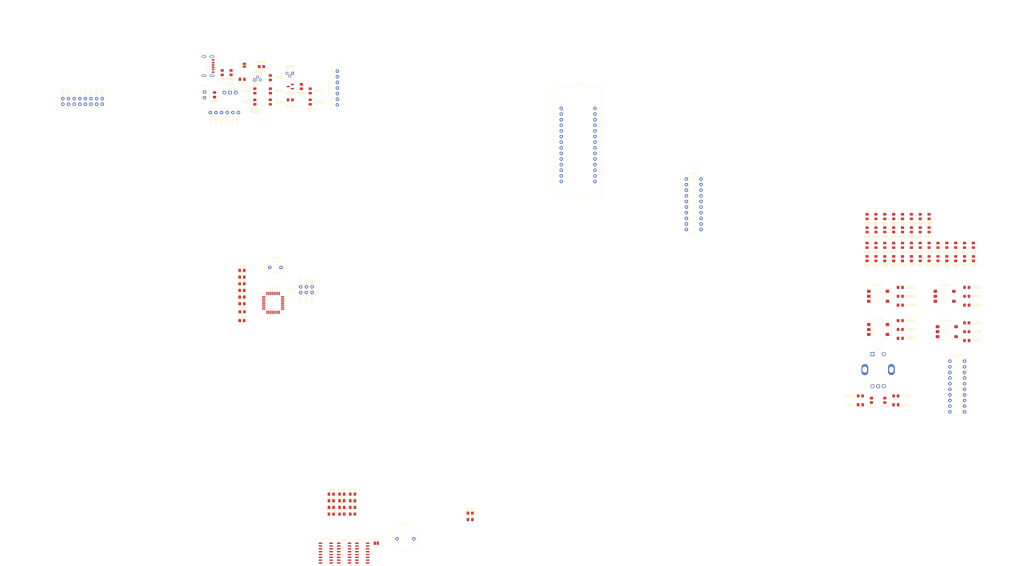
<source format=kicad_pcb>
(kicad_pcb (version 20221018) (generator pcbnew)
  (layers (0 "F.Cu" signal) (1 "In1.Cu" signal) (2 "In2.Cu" signal) (31 "B.Cu" signal) (34 "B.Paste" user) (35 "F.Paste" user) (36 "B.SilkS" user "B.Silkscreen") (37 "F.SilkS" user "F.Silkscreen") (38 "B.Mask" user) (39 "F.Mask" user) (44 "Edge.Cuts" user))
  (net 0 "")
  (net 1 "/MCU/DTR")
  (net 2 "/MCU/RESET")
  (net 3 "GND")
  (net 4 "/MCU/XTAL2")
  (net 5 "/MCU/XTAL1")
  (net 6 "/MCU/AREF")
  (net 7 "+5V")
  (net 8 "/Voltage Input/BATTERY_INPUT")
  (net 9 "/Voltage Input/5V_REGULATED")
  (net 10 "/Data Logic/BUTTON_1")
  (net 11 "/Data Logic/BUTTON_2")
  (net 12 "/Data Logic/BUTTON_3")
  (net 13 "/Data Logic/BUTTON_4")
  (net 14 "/Data Logic/ROT_A")
  (net 15 "/Data Logic/ROT_B")
  (net 16 "Net-(D200-A)")
  (net 17 "/Voltage Input/POLARITY_PROTECTED")
  (net 18 "/Voltage Input/VGS")
  (net 19 "Net-(D202-K)")
  (net 20 "Net-(D203-A)")
  (net 21 "Net-(D300-A)")
  (net 22 "Net-(D301-A)")
  (net 23 "Net-(D302-A)")
  (net 24 "Net-(D303-A)")
  (net 25 "Net-(D304-A)")
  (net 26 "Net-(D305-A)")
  (net 27 "Net-(D306-A)")
  (net 28 "Net-(D307-A)")
  (net 29 "Net-(D308-A)")
  (net 30 "Net-(D309-A)")
  (net 31 "Net-(D310-A)")
  (net 32 "Net-(D311-A)")
  (net 33 "Net-(D312-A)")
  (net 34 "Net-(D313-A)")
  (net 35 "Net-(D314-A)")
  (net 36 "Net-(D315-A)")
  (net 37 "Net-(D316-A)")
  (net 38 "Net-(D317-A)")
  (net 39 "Net-(D318-A)")
  (net 40 "Net-(D319-A)")
  (net 41 "Net-(D320-A)")
  (net 42 "Net-(JP1-A)")
  (net 43 "Net-(Q201-C)")
  (net 44 "Net-(Q201-B)")
  (net 45 "/Voltage Input/USB_CC1")
  (net 46 "/Voltage Input/USB_CC2")
  (net 47 "Net-(R300-Pad1)")
  (net 48 "Net-(R302-Pad1)")
  (net 49 "Net-(R304-Pad1)")
  (net 50 "Net-(R306-Pad1)")
  (net 51 "/Data Logic/D0")
  (net 52 "/Data Logic/D1")
  (net 53 "/Data Logic/D2")
  (net 54 "/Data Logic/D3")
  (net 55 "/Data Logic/D4")
  (net 56 "/Data Logic/D5")
  (net 57 "/Data Logic/D6")
  (net 58 "/Data Logic/D7")
  (net 59 "/Data Logic/A0")
  (net 60 "/Data Logic/A1")
  (net 61 "/Data Logic/A2")
  (net 62 "/Data Logic/A3")
  (net 63 "/Data Logic/A4")
  (net 64 "/Data Logic/A5")
  (net 65 "/Data Logic/A6")
  (net 66 "/Data Logic/A7")
  (net 67 "/Data Logic/A8")
  (net 68 "/Data Logic/A9")
  (net 69 "/Data Logic/A10")
  (net 70 "/Data Logic/A11")
  (net 71 "/Data Logic/A12")
  (net 72 "/Data Logic/Summer_CL")
  (net 73 "/Data Logic/Summer")
  (net 74 "/SD_CS")
  (net 75 "/MOSI{slash}RES")
  (net 76 "/SCK{slash}SCL")
  (net 77 "/MISO{slash}SDA")
  (net 78 "/DC")
  (net 79 "/OLED_CS")
  (net 80 "/I{slash}O3")
  (net 81 "/I{slash}O4")
  (net 82 "/I{slash}O5")
  (net 83 "/I{slash}O6")
  (net 84 "/I{slash}O7")
  (net 85 "/MCU/A6")
  (net 86 "/MCU/A7")
  (net 87 "/SHIFT_SRCLK")
  (net 88 "/SHIFT_SER")
  (net 89 "/I{slash}O0")
  (net 90 "/I{slash}O1")
  (net 91 "/SHIFT_RCLK")
  (net 92 "/EEPROM_WE*")
  (net 93 "/MCU/TX{slash}RX")
  (net 94 "/MCU/RX{slash}TX")
  (net 95 "/I{slash}O2")
  (net 97 "/Data Logic/INPUT_BUFFER_OE")
  (net 98 "/Data Logic/DATA_BUFFER_DIR")
  (net 99 "/Data Logic/DATA_BUFFER_OE")
  (net 100 "Net-(U304-QH')")
  (net 101 "Net-(U303-QH')")
  (net 104 "Net-(U303-SRCLK)")
  (net 106 "/Data Logic/EEPROM_OE*")
  (footprint "Resistor_SMD:R_0805_2012Metric_Pad1.20x1.40mm_HandSolder" (layer "F.Cu") (at 348 116 -90)
    (fp_text reference "R324" (at 3 0 180) (layer "F.SilkS") (effects (font (size 0.8 0.8))))
    (fp_text value "5k1")
    (pad "1" smd roundrect (at -1 0 270) (size 1.2 1.4) (layers "F.Cu" "F.Paste" "F.Mask") (roundrect_rratio 0.208333) (net 37 "Net-(D316-A)"))
    (pad "2" smd roundrect (at 1 0 270) (size 1.2 1.4) (layers "F.Cu" "F.Paste" "F.Mask") (roundrect_rratio 0.208333) (net 67 "/Data Logic/A8"))
  )
  (footprint "EEPROM_PROGRAMMER:Rotary_Encoder" (layer "F.Cu") (at 321 166)
    (fp_text reference "U300" (at 0 -9 unlocked) (layer "F.SilkS") (effects (font (thickness 0.1))))
    (fp_text value "~")
    (pad "1" thru_hole oval (at -6 0.12) (size 3 5) (drill oval 2 2.8) (layers "*.Cu" "*.Mask") (net 3 "GND"))
    (pad "1" thru_hole rect (at -2.54 -6.88) (size 1.8 1.8) (drill 1.25) (layers "*.Cu" "*.Mask") (net 3 "GND"))
    (pad "1" thru_hole circle (at 0 7.62) (size 1.8 1.8) (drill 1.25) (layers "*.Cu" "*.Mask") (net 3 "GND"))
    (pad "1" thru_hole oval (at 6 0.12) (size 3 5) (drill oval 2 2.8) (layers "*.Cu" "*.Mask") (net 3 "GND"))
    (pad "2" thru_hole circle (at -2.54 7.62) (size 1.8 1.8) (drill 1.25) (layers "*.Cu" "*.Mask") (net 14 "/Data Logic/ROT_A"))
    (pad "3" thru_hole circle (at 2.54 7.62) (size 1.8 1.8) (drill 1.25) (layers "*.Cu" "*.Mask") (net 15 "/Data Logic/ROT_B"))
    (pad "4" thru_hole circle (at 2.54 -6.88) (size 1.8 1.8) (drill 1.25) (layers "*.Cu" "*.Mask") (net 7 "+5V"))
  )
  (footprint "Resistor_SMD:R_0805_2012Metric_Pad1.20x1.40mm_HandSolder" (layer "F.Cu") (at 324 180 90)
    (fp_text reference "R329" (at -3 0 180) (layer "F.SilkS"))
    (fp_text value "10k")
    (pad "1" smd roundrect (at -1 0 90) (size 1.2 1.4) (layers "F.Cu" "F.Paste" "F.Mask") (roundrect_rratio 0.208333) (net 15 "/Data Logic/ROT_B"))
    (pad "2" smd roundrect (at 1 0 90) (size 1.2 1.4) (layers "F.Cu" "F.Paste" "F.Mask") (roundrect_rratio 0.208333) (net 15 "/Data Logic/ROT_B"))
  )
  (footprint "Resistor_SMD:R_0805_2012Metric_Pad1.20x1.40mm_HandSolder" (layer "F.Cu") (at 324 103 -90)
    (fp_text reference "R310" (at 3 0 -180) (layer "F.SilkS") (effects (font (size 0.8 0.8))))
    (fp_text value "5k1")
    (pad "1" smd roundrect (at -1 0 270) (size 1.2 1.4) (layers "F.Cu" "F.Paste" "F.Mask") (roundrect_rratio 0.208333) (net 23 "Net-(D302-A)"))
    (pad "2" smd roundrect (at 1 0 270) (size 1.2 1.4) (layers "F.Cu" "F.Paste" "F.Mask") (roundrect_rratio 0.208333) (net 53 "/Data Logic/D2"))
  )
  (footprint "Resistor_SMD:R_0805_2012Metric_Pad1.20x1.40mm_HandSolder" (layer "F.Cu") (at 361 129)
    (fp_text reference "R305" (at 5 0) (layer "F.SilkS"))
    (fp_text value "10k")
    (pad "1" smd roundrect (at -1 0) (size 1.2 1.4) (layers "F.Cu" "F.Paste" "F.Mask") (roundrect_rratio 0.208333) (net 7 "+5V"))
    (pad "2" smd roundrect (at 1 0) (size 1.2 1.4) (layers "F.Cu" "F.Paste" "F.Mask") (roundrect_rratio 0.208333) (net 12 "/Data Logic/BUTTON_3"))
  )
  (footprint "Capacitor_SMD:C_0805_2012Metric_Pad1.18x1.45mm_HandSolder" (layer "F.Cu") (at 361 137)
    (fp_text reference "C302" (at 5 0) (layer "F.SilkS"))
    (fp_text value "1u")
    (pad "1" smd roundrect (at -1.0375 0) (size 1.175 1.45) (layers "F.Cu" "F.Paste" "F.Mask") (roundrect_rratio 0.212766) (net 3 "GND"))
    (pad "2" smd roundrect (at 1.0375 0) (size 1.175 1.45) (layers "F.Cu" "F.Paste" "F.Mask") (roundrect_rratio 0.212766) (net 12 "/Data Logic/BUTTON_3"))
  )
  (footprint "LED_SMD:LED_0805_2012Metric_Pad1.15x1.40mm_HandSolder" (layer "F.Cu") (at 320 110 -90)
    (fp_text reference "D309" (at 3 0 180) (layer "F.SilkS") (effects (font (size 0.8 0.8))))
    (fp_text value "BLUE")
    (pad "1" smd roundrect (at -1.025 0 270) (size 1.15 1.4) (layers "F.Cu" "F.Paste" "F.Mask") (roundrect_rratio 0.217391) (net 3 "GND"))
    (pad "2" smd roundrect (at 1.025 0 270) (size 1.15 1.4) (layers "F.Cu" "F.Paste" "F.Mask") (roundrect_rratio 0.217391) (net 30 "Net-(D309-A)"))
  )
  (footprint "Jumper:SolderJumper-2_P1.3mm_Open_Pad1.0x1.5mm" (layer "F.Cu") (at 94.55 244.535)
    (fp_text reference "JP1" (at 0 -1.8) (layer "F.SilkS"))
    (fp_text value "SolderJumper_2_Open")
    (pad "1" smd rect (at -0.65 0) (size 1 1.5) (layers "F.Cu" "F.Mask") (net 42 "Net-(JP1-A)"))
    (pad "2" smd rect (at 0.65 0) (size 1 1.5) (layers "F.Cu" "F.Mask") (net 7 "+5V"))
  )
  (footprint "Resistor_SMD:R_0805_2012Metric_Pad1.20x1.40mm_HandSolder" (layer "F.Cu") (at 361 145)
    (fp_text reference "R307" (at 5 0) (layer "F.SilkS"))
    (fp_text value "10k")
    (pad "1" smd roundrect (at -1 0) (size 1.2 1.4) (layers "F.Cu" "F.Paste" "F.Mask") (roundrect_rratio 0.208333) (net 7 "+5V"))
    (pad "2" smd roundrect (at 1 0) (size 1.2 1.4) (layers "F.Cu" "F.Paste" "F.Mask") (roundrect_rratio 0.208333) (net 13 "/Data Logic/BUTTON_4"))
  )
  (footprint "Capacitor_SMD:C_0805_2012Metric_Pad1.18x1.45mm_HandSolder" (layer "F.Cu") (at 83.8275 228.38)
    (fp_text reference "C316" (at 0 -1.68) (layer "F.SilkS"))
    (fp_text value "1u")
    (pad "1" smd roundrect (at -1.0375 0) (size 1.175 1.45) (layers "F.Cu" "F.Paste" "F.Mask") (roundrect_rratio 0.212766) (net 3 "GND"))
    (pad "2" smd roundrect (at 1.0375 0) (size 1.175 1.45) (layers "F.Cu" "F.Paste" "F.Mask") (roundrect_rratio 0.212766) (net 7 "+5V"))
  )
  (footprint "Resistor_SMD:R_0805_2012Metric_Pad1.20x1.40mm_HandSolder" (layer "F.Cu") (at 356 116 -90)
    (fp_text reference "R326" (at 3 0 180) (layer "F.SilkS") (effects (font (size 0.8 0.8))))
    (fp_text value "5k1")
    (pad "1" smd roundrect (at -1 0 270) (size 1.2 1.4) (layers "F.Cu" "F.Paste" "F.Mask") (roundrect_rratio 0.208333) (net 39 "Net-(D318-A)"))
    (pad "2" smd roundrect (at 1 0 270) (size 1.2 1.4) (layers "F.Cu" "F.Paste" "F.Mask") (roundrect_rratio 0.208333) (net 69 "/Data Logic/A10"))
  )
  (footprint "EEPROM_PROGRAMMER:SMD_Button" (layer "F.Cu") (at 321 148 180)
    (fp_text reference "SW301" (at 0 5 unlocked) (layer "F.SilkS") (effects (font (thickness 0.1))))
    (fp_text value "6x6")
    (pad "1" smd roundrect (at -4.2 -2.25 180) (size 1.6 1.4) (layers "F.Cu" "F.Paste" "F.Mask") (net 3 "GND"))
    (pad "1" smd roundrect (at 4.2 -2.25 180) (size 1.6 1.4) (layers "F.Cu" "F.Paste" "F.Mask") (net 3 "GND"))
    (pad "2" smd roundrect (at -4.2 2.25 180) (size 1.6 1.4) (layers "F.Cu" "F.Paste" "F.Mask") (net 48 "Net-(R302-Pad1)"))
    (pad "2" smd roundrect (at 4.2 2.25 180) (size 1.6 1.4) (layers "F.Cu" "F.Paste" "F.Mask") (net 48 "Net-(R302-Pad1)"))
    (pad "3" smd roundrect (at 4.2 0 180) (size 1.6 1.4) (layers "F.Cu" "F.Paste" "F.Mask") (net 3 "GND"))
  )
  (footprint "LED_SMD:LED_0805_2012Metric_Pad1.15x1.40mm_HandSolder" (layer "F.Cu") (at 336 97 -90)
    (fp_text reference "D305" (at 3 0 -180) (layer "F.SilkS") (effects (font (size 0.8 0.8))))
    (fp_text value "GREEN")
    (pad "1" smd roundrect (at -1.025 0 270) (size 1.15 1.4) (layers "F.Cu" "F.Paste" "F.Mask") (roundrect_rratio 0.217391) (net 3 "GND"))
    (pad "2" smd roundrect (at 1.025 0 270) (size 1.15 1.4) (layers "F.Cu" "F.Paste" "F.Mask") (roundrect_rratio 0.217391) (net 26 "Net-(D305-A)"))
  )
  (footprint "Capacitor_SMD:C_0805_2012Metric_Pad1.18x1.45mm_HandSolder" (layer "F.Cu") (at 329 182 180)
    (fp_text reference "C305" (at -4 0 180) (layer "F.SilkS"))
    (fp_text value "100n")
    (pad "1" smd roundrect (at -1.0375 0 180) (size 1.175 1.45) (layers "F.Cu" "F.Paste" "F.Mask") (roundrect_rratio 0.212766) (net 3 "GND"))
    (pad "2" smd roundrect (at 1.0375 0 180) (size 1.175 1.45) (layers "F.Cu" "F.Paste" "F.Mask") (roundrect_rratio 0.212766) (net 15 "/Data Logic/ROT_B"))
  )
  (footprint "Resistor_SMD:R_0805_2012Metric_Pad1.20x1.40mm_HandSolder" (layer "F.Cu") (at 331 129)
    (fp_text reference "R301" (at 5 0 180) (layer "F.SilkS"))
    (fp_text value "10k")
    (pad "1" smd roundrect (at -1 0) (size 1.2 1.4) (layers "F.Cu" "F.Paste" "F.Mask") (roundrect_rratio 0.208333) (net 7 "+5V"))
    (pad "2" smd roundrect (at 1 0) (size 1.2 1.4) (layers "F.Cu" "F.Paste" "F.Mask") (roundrect_rratio 0.208333) (net 10 "/Data Logic/BUTTON_1"))
  )
  (footprint "Resistor_SMD:R_0805_2012Metric_Pad1.20x1.40mm_HandSolder" (layer "F.Cu") (at 324 116 -90)
    (fp_text reference "R318" (at 3 0 -180) (layer "F.SilkS") (effects (font (size 0.8 0.8))))
    (fp_text value "5k1")
    (pad "1" smd roundrect (at -1 0 270) (size 1.2 1.4) (layers "F.Cu" "F.Paste" "F.Mask") (roundrect_rratio 0.208333) (net 31 "Net-(D310-A)"))
    (pad "2" smd roundrect (at 1 0 270) (size 1.2 1.4) (layers "F.Cu" "F.Paste" "F.Mask") (roundrect_rratio 0.208333) (net 61 "/Data Logic/A2"))
  )
  (footprint "Capacitor_SMD:C_0805_2012Metric_Pad1.18x1.45mm_HandSolder" (layer "F.Cu") (at 21.54 42 90)
    (fp_text reference "C200" (at -3 0 180) (layer "F.SilkS") (effects (font (size 0.8 0.8))))
    (fp_text value "u33")
    (pad "1" smd roundrect (at -1.0375 0 90) (size 1.175 1.45) (layers "F.Cu" "F.Paste" "F.Mask") (roundrect_rratio 0.212766) (net 3 "GND"))
    (pad "2" smd roundrect (at 1.0375 0 90) (size 1.175 1.45) (layers "F.Cu" "F.Paste" "F.Mask") (roundrect_rratio 0.212766) (net 8 "/Voltage Input/BATTERY_INPUT"))
  )
  (footprint "EEPROM_PROGRAMMER:ICSP" (layer "F.Cu") (at 63 130)
    (fp_text reference "U101" (at -7.6 0 unlocked) (layer "F.SilkS") (effects (font (thickness 0.1))))
    (fp_text value "ICSP")
    (fp_text user "RST" (at 0.635 5.461 90 unlocked) (layer "F.SilkS") (effects (font (thickness 0.1)) (justify left bottom)))
    (fp_text user "GND" (at -2.032 5.842 90 unlocked) (layer "F.SilkS") (effects (font (thickness 0.1)) (justify left bottom)))
    (fp_text user "MISO" (at -1.905 -2.667 90 unlocked) (layer "F.SilkS") (effects (font (thickness 0.1)) (justify left bottom)))
    (fp_text user "VCC" (at 0.508 -2.667 90 unlocked) (layer "F.SilkS") (effects (font (thickness 0.1)) (justify left bottom)))
    (fp_text user "MOSI" (at 3.175 6.477 90 unlocked) (layer "F.SilkS") (effects (font (thickness 0.1)) (justify left bottom)))
    (fp_text user "SCK" (at 3.048 -2.667 90 unlocked) (layer "F.SilkS") (effects (font (thickness 0.1)) (justify left bottom)))
    (pad "1" thru_hole circle (at -2.56 -1.27) (size 1.524 1.524) (drill 0.762) (layers "*.Cu" "*.Mask") (net 77 "/MISO{slash}SDA"))
    (pad "2" thru_hole circle (at 0 -1.27) (size 1.524 1.524) (drill 0.762) (layers "*.Cu" "*.Mask") (net 7 "+5V"))
    (pad "3" thru_hole circle (at 2.56 -1.27) (size 1.524 1.524) (drill 0.762) (layers "*.Cu" "*.Mask") (net 76 "/SCK{slash}SCL"))
    (pad "4" thru_hole circle (at 2.56 1.29) (size 1.524 1.524) (drill 0.762) (layers "*.Cu" "*.Mask") (net 75 "/MOSI{slash}RES"))
    (pad "5" thru_hole circle (at -0.02 1.29) (size 1.524 1.524) (drill 0.762) (layers "*.Cu" "*.Mask") (net 2 "/MCU/RESET"))
    (pad "6" thru_hole circle (at -2.56 1.29) (size 1.524 1.524) (drill 0.762) (layers "*.Cu" "*.Mask") (net 3 "GND"))
  )
  (footprint "Capacitor_SMD:C_0805_2012Metric_Pad1.18x1.45mm_HandSolder" (layer "F.Cu") (at 74.2075 225.37)
    (fp_text reference "C307" (at 0 -1.68) (layer "F.SilkS"))
    (fp_text value "10n")
    (pad "1" smd roundrect (at -1.0375 0) (size 1.175 1.45) (layers "F.Cu" "F.Paste" "F.Mask") (roundrect_rratio 0.212766) (net 3 "GND"))
    (pad "2" smd roundrect (at 1.0375 0) (size 1.175 1.45) (layers "F.Cu" "F.Paste" "F.Mask") (roundrect_rratio 0.212766) (net 7 "+5V"))
  )
  (footprint "Resistor_SMD:R_0805_2012Metric_Pad1.20x1.40mm_HandSolder" (layer "F.Cu") (at 320 103 -90)
    (fp_text reference "R309" (at 3 0 -180) (layer "F.SilkS") (effects (font (size 0.8 0.8))))
    (fp_text value "5k1")
    (pad "1" smd roundrect (at -1 0 270) (size 1.2 1.4) (layers "F.Cu" "F.Paste" "F.Mask") (roundrect_rratio 0.208333) (net 22 "Net-(D301-A)"))
    (pad "2" smd roundrect (at 1 0 270) (size 1.2 1.4) (layers "F.Cu" "F.Paste" "F.Mask") (roundrect_rratio 0.208333) (net 52 "/Data Logic/D1"))
  )
  (footprint "Diode_SMD:D_0805_2012Metric_Pad1.15x1.40mm_HandSolder" (layer "F.Cu") (at 46.73 34.27 90)
    (fp_text reference "D201" (at 0 4 180) (layer "F.SilkS"))
    (fp_text value "9V")
    (pad "1" smd roundrect (at -1.025 0 90) (size 1.15 1.4) (layers "F.Cu" "F.Paste" "F.Mask") (roundrect_rratio 0.217391) (net 17 "/Voltage Input/POLARITY_PROTECTED"))
    (pad "2" smd roundrect (at 1.025 0 90) (size 1.15 1.4) (layers "F.Cu" "F.Paste" "F.Mask") (roundrect_rratio 0.217391) (net 18 "/Voltage Input/VGS"))
  )
  (footprint "Resistor_SMD:R_0805_2012Metric_Pad1.20x1.40mm_HandSolder" (layer "F.Cu") (at 46.73 40.27 -90)
    (fp_text reference "R204" (at 0 -4 -180) (layer "F.SilkS"))
    (fp_text value "5k1")
    (pad "1" smd roundrect (at -1 0 270) (size 1.2 1.4) (layers "F.Cu" "F.Paste" "F.Mask") (roundrect_rratio 0.208333) (net 17 "/Voltage Input/POLARITY_PROTECTED"))
    (pad "2" smd roundrect (at 1 0 270) (size 1.2 1.4) (layers "F.Cu" "F.Paste" "F.Mask") (roundrect_rratio 0.208333) (net 19 "Net-(D202-K)"))
  )
  (footprint "Resistor_SMD:R_0805_2012Metric_Pad1.20x1.40mm_HandSolder" (layer "F.Cu") (at 320 116 -90)
    (fp_text reference "R317" (at 3 0 180) (layer "F.SilkS") (effects (font (size 0.8 0.8))))
    (fp_text value "5k1")
    (pad "1" smd roundrect (at -1 0 270) (size 1.2 1.4) (layers "F.Cu" "F.Paste" "F.Mask") (roundrect_rratio 0.208333) (net 30 "Net-(D309-A)"))
    (pad "2" smd roundrect (at 1 0 270) (size 1.2 1.4) (layers "F.Cu" "F.Paste" "F.Mask") (roundrect_rratio 0.208333) (net 60 "/Data Logic/A1"))
  )
  (footprint "EEPROM_PROGRAMMER:SMD_Button" (layer "F.Cu") (at 321 133 180)
    (fp_text reference "SW300" (at 0 5 unlocked) (layer "F.SilkS") (effects (font (thickness 0.1))))
    (fp_text value "6x6")
    (pad "1" smd roundrect (at -4.2 -2.25 180) (size 1.6 1.4) (layers "F.Cu" "F.Paste" "F.Mask") (net 3 "GND"))
    (pad "1" smd roundrect (at 4.2 -2.25 180) (size 1.6 1.4) (layers "F.Cu" "F.Paste" "F.Mask") (net 3 "GND"))
    (pad "2" smd roundrect (at -4.2 2.25 180) (size 1.6 1.4) (layers "F.Cu" "F.Paste" "F.Mask") (net 47 "Net-(R300-Pad1)"))
    (pad "2" smd roundrect (at 4.2 2.25 180) (size 1.6 1.4) (layers "F.Cu" "F.Paste" "F.Mask") (net 47 "Net-(R300-Pad1)"))
    (pad "3" smd roundrect (at 4.2 0 180) (size 1.6 1.4) (layers "F.Cu" "F.Paste" "F.Mask") (net 3 "GND"))
  )
  (footprint "Capacitor_SMD:C_0805_2012Metric_Pad1.18x1.45mm_HandSolder" (layer "F.Cu") (at 331 152)
    (fp_text reference "C301" (at 5 0) (layer "F.SilkS"))
    (fp_text value "1u")
    (pad "1" smd roundrect (at -1.0375 0) (size 1.175 1.45) (layers "F.Cu" "F.Paste" "F.Mask") (roundrect_rratio 0.212766) (net 3 "GND"))
    (pad "2" smd roundrect (at 1.0375 0) (size 1.175 1.45) (layers "F.Cu" "F.Paste" "F.Mask") (roundrect_rratio 0.212766) (net 11 "/Data Logic/BUTTON_2"))
  )
  (footprint "LED_SMD:LED_0805_2012Metric_Pad1.15x1.40mm_HandSolder" (layer "F.Cu") (at 340 110 -90)
    (fp_text reference "D314" (at 3 0 180) (layer "F.SilkS") (effects (font (size 0.8 0.8))))
    (fp_text value "BLUE")
    (pad "1" smd roundrect (at -1.025 0 270) (size 1.15 1.4) (layers "F.Cu" "F.Paste" "F.Mask") (roundrect_rratio 0.217391) (net 3 "GND"))
    (pad "2" smd roundrect (at 1.025 0 270) (size 1.15 1.4) (layers "F.Cu" "F.Paste" "F.Mask") (roundrect_rratio 0.217391) (net 35 "Net-(D314-A)"))
  )
  (footprint "LED_SMD:LED_0805_2012Metric_Pad1.15x1.40mm_HandSolder" (layer "F.Cu") (at 344 110 -90)
    (fp_text reference "D315" (at 3 0 180) (layer "F.SilkS") (effects (font (size 0.8 0.8))))
    (fp_text value "BLUE")
    (pad "1" smd roundrect (at -1.025 0 270) (size 1.15 1.4) (layers "F.Cu" "F.Paste" "F.Mask") (roundrect_rratio 0.217391) (net 3 "GND"))
    (pad "2" smd roundrect (at 1.025 0 270) (size 1.15 1.4) (layers "F.Cu" "F.Paste" "F.Mask") (roundrect_rratio 0.217391) (net 36 "Net-(D315-A)"))
  )
  (footprint "EEPROM_PROGRAMMER:SMD_Button" (layer "F.Cu") (at 352 149 180)
    (fp_text reference "SW303" (at 0 5 unlocked) (layer "F.SilkS") (effects (font (thickness 0.1))))
    (fp_text value "6x6")
    (pad "1" smd roundrect (at -4.2 -2.25 180) (size 1.6 1.4) (layers "F.Cu" "F.Paste" "F.Mask") (net 3 "GND"))
    (pad "1" smd roundrect (at 4.2 -2.25 180) (size 1.6 1.4) (layers "F.Cu" "F.Paste" "F.Mask") (net 3 "GND"))
    (pad "2" smd roundrect (at -4.2 2.25 180) (size 1.6 1.4) (layers "F.Cu" "F.Paste" "F.Mask") (net 50 "Net-(R306-Pad1)"))
    (pad "2" smd roundrect (at 4.2 2.25 180) (size 1.6 1.4) (layers "F.Cu" "F.Paste" "F.Mask") (net 50 "Net-(R306-Pad1)"))
    (pad "3" smd roundrect (at 4.2 0 180) (size 1.6 1.4) (layers "F.Cu" "F.Paste" "F.Mask") (net 3 "GND"))
  )
  (footprint "Resistor_SMD:R_0805_2012Metric_Pad1.20x1.40mm_HandSolder" (layer "F.Cu") (at 55.73 44.27)
    (fp_text reference "R205" (at 0 3) (layer "F.SilkS"))
    (fp_text value "1k")
    (pad "1" smd roundrect (at -1 0) (size 1.2 1.4) (layers "F.Cu" "F.Paste" "F.Mask") (roundrect_rratio 0.208333) (net 19 "Net-(D202-K)"))
    (pad "2" smd roundrect (at 1 0) (size 1.2 1.4) (layers "F.Cu" "F.Paste" "F.Mask") (roundrect_rratio 0.208333) (net 44 "Net-(Q201-B)"))
  )
  (footprint "LED_SMD:LED_0805_2012Metric_Pad1.15x1.40mm_HandSolder" (layer "F.Cu") (at 340 97 -90)
    (fp_text reference "D306" (at 3 0 -180) (layer "F.SilkS") (effects (font (size 0.8 0.8))))
    (fp_text value "GREEN")
    (pad "1" smd roundrect (at -1.025 0 270) (size 1.15 1.4) (layers "F.Cu" "F.Paste" "F.Mask") (roundrect_rratio 0.217391) (net 3 "GND"))
    (pad "2" smd roundrect (at 1.025 0 270) (size 1.15 1.4) (layers "F.Cu" "F.Paste" "F.Mask") (roundrect_rratio 0.217391) (net 27 "Net-(D306-A)"))
  )
  (footprint "LED_SMD:LED_0805_2012Metric_Pad1.15x1.40mm_HandSolder" (layer "F.Cu") (at 64.73 45.27 90)
    (fp_text reference "D203" (at 0 4 180) (layer "F.SilkS"))
    (fp_text value "GREEN")
    (pad "1" smd roundrect (at -1.025 0 90) (size 1.15 1.4) (layers "F.Cu" "F.Paste" "F.Mask") (roundrect_rratio 0.217391) (net 3 "GND"))
    (pad "2" smd roundrect (at 1.025 0 90) (size 1.15 1.4) (layers "F.Cu" "F.Paste" "F.Mask") (roundrect_rratio 0.217391) (net 20 "Net-(D203-A)"))
  )
  (footprint "LED_SMD:LED_0805_2012Metric_Pad1.15x1.40mm_HandSolder" (layer "F.Cu") (at 356 109.975 -90)
    (fp_text reference "D318" (at 3.025 0 180) (layer "F.SilkS") (effects (font (size 0.8 0.8))))
    (fp_text value "BLUE")
    (pad "1" smd roundrect (at -1.025 0 270) (size 1.15 1.4) (layers "F.Cu" "F.Paste" "F.Mask") (roundrect_rratio 0.217391) (net 3 "GND"))
    (pad "2" smd roundrect (at 1.025 0 270) (size 1.15 1.4) (layers "F.Cu" "F.Paste" "F.Mask") (roundrect_rratio 0.217391) (net 39 "Net-(D318-A)"))
  )
  (footprint "Capacitor_SMD:C_0805_2012Metric_Pad1.18x1.45mm_HandSolder" (layer "F.Cu") (at 79.0175 225.37)
    (fp_text reference "C311" (at 0 -1.68) (layer "F.SilkS"))
    (fp_text value "10n")
    (pad "1" smd roundrect (at -1.0375 0) (size 1.175 1.45) (layers "F.Cu" "F.Paste" "F.Mask") (roundrect_rratio 0.212766) (net 3 "GND"))
    (pad "2" smd roundrect (at 1.0375 0) (size 1.175 1.45) (layers "F.Cu" "F.Paste" "F.Mask") (roundrect_rratio 0.212766) (net 7 "+5V"))
  )
  (footprint "LED_SMD:LED_0805_2012Metric_Pad1.15x1.40mm_HandSolder" (layer "F.Cu") (at 324 110 -90)
    (fp_text reference "D310" (at 3 0 -180) (layer "F.SilkS") (effects (font (size 0.8 0.8))))
    (fp_text value "BLUE")
    (pad "1" smd roundrect (at -1.025 0 270) (size 1.15 1.4) (layers "F.Cu" "F.Paste" "F.Mask") (roundrect_rratio 0.217391) (net 3 "GND"))
    (pad "2" smd roundrect (at 1.025 0 270) (size 1.15 1.4) (layers "F.Cu" "F.Paste" "F.Mask") (roundrect_rratio 0.217391) (net 31 "Net-(D310-A)"))
  )
  (footprint "EEPROM_PROGRAMMER:USB_C_6PIN" (layer "F.Cu") (at 19.905 29 -90)
    (fp_text reference "U200" (at 0 2.032 -90 unlocked) (layer "F.SilkS") (effects (font (thickness 0.1))))
    (fp_text value "USB_C_6PIN")
    (pad "1" thru_hole roundrect (at -4.32 -0.53 270) (size 1 2) (drill oval 0.5 1.4) (layers "*.Cu" "*.Mask") (roundrect_rratio 0.5) (net 3 "GND"))
    (pad "1" thru_hole roundrect (at -4.32 3.22 270) (size 1 2) (drill oval 0.5 1.4) (layers "*.Cu" "*.Mask") (roundrect_rratio 0.5) (net 3 "GND"))
    (pad "1" smd roundrect (at -2.75 -1 90) (size 0.7 1.2) (layers "F.Cu" "F.Paste" "F.Mask") (net 3 "GND"))
    (pad "2" smd roundrect (at -1.52 -1 90) (size 0.7 1.2) (layers "F.Cu" "F.Paste" "F.Mask") (net 9 "/Voltage Input/5V_REGULATED"))
    (pad "3" smd roundrect (at -0.5 -1 90) (size 0.7 1.2) (layers "F.Cu" "F.Paste" "F.Mask") (net 45 "/Voltage Input/USB_CC1"))
    (pad "4" smd roundrect (at 0.5 -1 90) (size 0.7 1.2) (layers "F.Cu" "F.Paste" "F.Mask") (net 46 "/Voltage Input/USB_CC2"))
    (pad "5" smd roundrect (at 1.52 -1 90) (size 0.7 1.2) (layers "F.Cu" "F.Paste" "F.Mask") (net 9 "/Voltage Input/5V_REGULATED"))
    (pad "6" smd roundrect (at 2.75 -1 90) (size 0.7 1.2) (layers "F.Cu" "F.Paste" "F.Mask") (net 3 "GND"))
    (pad "6" thru_hole roundrect (at 4.32 -0.53 270) (size 1 2) (drill oval 0.5 1.4) (layers "*.Cu" "*.Mask") (roundrect_rratio 0.5) (net 3 "GND"))
    (pad "6" thru_hole roundrect (at 4.32 3.22 270) (size 1 2) (drill oval 0.5 1.4) (layers "*.Cu" "*.Mask") (roundrect_rratio 0.5) (net 3 "GND"))
  )
  (footprint "EEPROM_PROGRAMMER:L7805ABV" (layer "F.Cu") (at 28.54 41)
    (fp_text reference "U203" (at 0 -4 unlocked) (layer "F.SilkS") (effects (font (thickness 0.1))))
    (fp_text value "L7805ABV")
    (fp_text user "VOUT" (at 1.27 -1.143 unlocked) (layer "F.SilkS") (effects (font (size 0.75 0.75) (thickness 0.1)) (justify left bottom)))
    (fp_text user "GND" (at -1.27 -1.143 unlocked) (layer "F.SilkS") (effects (font (size 0.75 0.75) (thickness 0.1)) (justify left bottom)))
    (fp_text user "VIN" (at -3.556 -1.143 unlocked) (layer "F.SilkS") (effects (font (size 0.75 0.75) (thickness 0.1)) (justify left bottom)))
    (pad "1" thru_hole circle (at -2.54 0) (size 1.7 1.7) (drill 1) (layers "*.Cu" "*.Mask") (net 8 "/Voltage Input/BATTERY_INPUT"))
    (pad "2" thru_hole circle (at 0 0) (size 1.7 1.7) (drill 1) (layers "*.Cu" "*.Mask") (net 3 "GND"))
    (pad "3" thru_hole circle (at 2.54 0) (size 1.7 1.7) (drill 1) (layers "*.Cu" "*.Mask") (net 9 "/Voltage Input/5V_REGULATED"))
  )
  (footprint "Resistor_SMD:R_0805_2012Metric_Pad1.20x1.40mm_HandSolder" (layer "F.Cu") (at 42.73 29.27)
    (fp_text reference "R203" (at 0 -2 180) (layer "F.SilkS"))
    (fp_text value "5k1")
    (pad "1" smd roundrect (at -1 0) (size 1.2 1.4) (layers "F.Cu" "F.Paste" "F.Mask") (roundrect_rratio 0.208333) (net 18 "/Voltage Input/VGS"))
    (pad "2" smd roundrect (at 1 0) (size 1.2 1.4) (layers "F.Cu" "F.Paste" "F.Mask") (roundrect_rratio 0.208333) (net 3 "GND"))
  )
  (footprint "Resistor_SMD:R_0805_2012Metric_Pad1.20x1.40mm_HandSolder" (layer "F.Cu") (at 332 116 -90)
    (fp_text reference "R320" (at 3 0 180) (layer "F.SilkS") (effects (font (size 0.8 0.8))))
    (fp_text value "5k1")
    (pad "1" smd roundrect (at -1 0 270) (size 1.2 1.4) (layers "F.Cu" "F.Paste" "F.Mask") (roundrect_rratio 0.208333) (net 33 "Net-(D312-A)"))
    (pad "2" smd roundrect (at 1 0 270) (size 1.2 1.4) (layers "F.Cu" "F.Paste" "F.Mask") (roundrect_rratio 0.208333) (net 63 "/Data Logic/A4"))
  )
  (footprint "Resistor_SMD:R_0805_2012Metric_Pad1.20x1.40mm_HandSolder" (layer "F.Cu") (at 331 148)
    (fp_text reference "R302" (at 5 0) (layer "F.SilkS"))
    (fp_text value "1k")
    (pad "1" smd roundrect (at -1 0) (size 1.2 1.4) (layers "F.Cu" "F.Paste" "F.Mask") (roundrect_rratio 0.208333) (net 48 "Net-(R302-Pad1)"))
    (pad "2" smd roundrect (at 1 0) (size 1.2 1.4) (layers "F.Cu" "F.Paste" "F.Mask") (roundrect_rratio 0.208333) (net 11 "/Data Logic/BUTTON_2"))
  )
  (footprint "Package_TO_SOT_SMD:SOT-23" (layer "F.Cu") (at 55.73 38.27 180)
    (fp_text reference "Q201" (at 0 -3) (layer "F.SilkS"))
    (fp_text value "PNP")
    (pad "1" smd roundrect (at -0.9375 -0.95 180) (size 1.475 0.6) (layers "F.Cu" "F.Paste" "F.Mask") (net 43 "Net-(Q201-C)"))
    (pad "2" smd roundrect (at -0.9375 0.95 180) (size 1.475 0.6) (layers "F.Cu" "F.Paste" "F.Mask") (net 44 "Net-(Q201-B)"))
    (pad "3" smd roundrect (at 0.9375 0 180) (size 1.475 0.6) (layers "F.Cu" "F.Paste" "F.Mask") (net 17 "/Voltage Input/POLARITY_PROTECTED"))
  )
  (footprint "LED_SMD:LED_0805_2012Metric_Pad1.15x1.40mm_HandSolder" (layer "F.Cu") (at 324 97 -90)
    (fp_text reference "D302" (at 3 0) (layer "F.SilkS") (effects (font (size 0.8 0.8))))
    (fp_text value "GREEN")
    (pad "1" smd roundrect (at -1.025 0 270) (size 1.15 1.4) (layers "F.Cu" "F.Paste" "F.Mask") (roundrect_rratio 0.217391) (net 3 "GND"))
    (pad "2" smd roundrect (at 1.025 0 270) (size 1.15 1.4) (layers "F.Cu" "F.Paste" "F.Mask") (roundrect_rratio 0.217391) (net 23 "Net-(D302-A)"))
  )
  (footprint "Resistor_SMD:R_0805_2012Metric_Pad1.20x1.40mm_HandSolder" (layer "F.Cu") (at 344 116 -90)
    (fp_text reference "R323" (at 3 0 180) (layer "F.SilkS") (effects (font (size 0.8 0.8))))
    (fp_text value "5k1")
    (pad "1" smd roundrect (at -1 0 270) (size 1.2 1.4) (layers "F.Cu" "F.Paste" "F.Mask") (roundrect_rratio 0.208333) (net 36 "Net-(D315-A)"))
    (pad "2" smd roundrect (at 1 0 270) (size 1.2 1.4) (layers "F.Cu" "F.Paste" "F.Mask") (roundrect_rratio 0.208333) (net 66 "/Data Logic/A7"))
  )
  (footprint "Resistor_SMD:R_0805_2012Metric_Pad1.20x1.40mm_HandSolder" (layer "F.Cu") (at 318 180 90)
    (fp_text reference "R330" (at -3 0 180) (layer "F.SilkS"))
    (fp_text value "10k")
    (pad "1" smd roundrect (at -1 0 90) (size 1.2 1.4) (layers "F.Cu" "F.Paste" "F.Mask") (roundrect_rratio 0.208333) (net 14 "/Data Logic/ROT_A"))
    (pad "2" smd roundrect (at 1 0 90) (size 1.2 1.4) (layers "F.Cu" "F.Paste" "F.Mask") (roundrect_rratio 0.208333) (net 14 "/Data Logic/ROT_A"))
  )
  (footprint "Resistor_SMD:R_0805_2012Metric_Pad1.20x1.40mm_HandSolder" (layer "F.Cu") (at 316 103 -90)
    (fp_text reference "R308" (at 3 0 180) (layer "F.SilkS") (effects (font (size 0.8 0.8))))
    (fp_text value "5k1")
    (pad "1" smd roundrect (at -1 0 270) (size 1.2 1.4) (layers "F.Cu" "F.Paste" "F.Mask") (roundrect_rratio 0.208333) (net 21 "Net-(D300-A)"))
    (pad "2" smd roundrect (at 1 0 270) (size 1.2 1.4) (layers "F.Cu" "F.Paste" "F.Mask") (roundrect_rratio 0.208333) (net 51 "/Data Logic/D0"))
  )
  (footprint "EEPROM_PROGRAMMER:LCD_OLED" (layer "F.Cu") (at 77 38.92)
    (fp_text reference "U2" (at 0 -11.25 unlocked) (layer "F.SilkS") (effects (font (thickness 0.1))))
    (fp_text value "LCD OLED")
    (fp_text user "SCL" (at -4.445 3.175 unlocked) (layer "F.SilkS") (effects (font (thickness 0.1)) (justify left bottom)))
    (fp_text user "CS" (at -3.81 -6.985 unlocked) (layer "F.SilkS") (effects (font (thickness 0.1)) (justify left bottom)))
    (fp_text user "GND" (at -4.445 8.255 unlocked) (layer "F.SilkS") (effects (font (thickness 0.1)) (justify left bottom)))
    (fp_text user "SDA" (at -4.445 0.635 unlocked) (layer "F.SilkS") (effects (font (thickness 0.1)) (justify left bottom)))
    (fp_text user "RES" (at -4.445 -1.905 unlocked) (layer "F.SilkS") (effects (font (thickness 0.1)) (justify left bottom)))
    (fp_text user "5V" (at -3.81 5.715 unlocked) (layer "F.SilkS") (effects (font (thickness 0.1)) (justify left bottom)))
    (fp_text user "DC" (at -3.81 -4.445 unlocked) (layer "F.SilkS") (effects (font (thickness 0.1)) (justify left bottom)))
    (pad "1" thru_hole circle (at 0 7.62) (size 1.524 1.524) (drill 0.762) (layers "*.Cu" "*.Mask") (net 3 "GND"))
    (pad "2" thru_hole circle (at 0 5.08) (size 1.524 1.524) (drill 0.762) (layers "*.Cu" "*.Mask") (net 7 "+5V"))
    (pad "3" thru_hole circle (at 0 2.54) (size 1.524 1.524) (drill 0.762) (layers "*.Cu" "*.Mask") (net 76 "/SCK{slash}SCL"))
    (pad "4" thru_hole circle (at 0 0) (size 1.524 1.524) (drill 0.762) (layers "*.Cu" "*.Mask") (net 77 "/MISO{slash}SDA"))
    (pad "5" thru_hole circle (at 0 -2.54) (size 1.524 1.524) (drill 0.762) (layers "*.Cu" "*.Mask") (net 75 "/MOSI{slash}RES"))
    (pad "6" thru_hole circle (at 0 -5.08) (size 1.524 1.524) (drill 0.762) (layers "*.Cu" "*.Mask") (net 78 "/DC"))
    (pad "7" thru_hole circle (at 0 -7.62) (size 1.524 1.524) (drill 0.762) (layers "*.Cu" "*.Mask") (net 79 "/OLED_CS"))
  )
  (footprint "Resistor_SMD:R_0805_2012Metric_Pad1.20x1.40mm_HandSolder" (layer "F.Cu") (at 336 103 -90)
    (fp_text reference "R313" (at 3 0 -180) (layer "F.SilkS") (effects (font (size 0.8 0.8))))
    (fp_text value "5k1")
    (pad "1" smd roundrect (at -1 0 270) (size 1.2 1.4) (layers "F.Cu" "F.Paste" "F.Mask") (roundrect_rratio 0.208333) (net 26 "Net-(D305-A)"))
    (pad "2" smd roundrect (at 1 0 270) (size 1.2 1.4) (layers "F.Cu" "F.Paste" "F.Mask") (roundrect_rratio 0.208333) (net 56 "/Data Logic/D5"))
  )
  (footprint "EEPROM_PROGRAMMER:74HC595D" (layer "F.Cu") (at 71.75 249)
    (fp_text reference "U303" (at 0 -6.35 unlocked) (layer "F.SilkS") (effects (font (thickness 0.1))))
    (fp_text value "74HC595")
    (pad "1" smd roundrect (at -2.4 -4.445) (size 1.6 0.6) (layers "F.Cu" "F.Paste" "F.Mask") (roundrect_rratio 0.1166666667) (net 59 "/Data Logic/A0"))
    (pad "2" smd roundrect (at -2.4 -3.175) (size 1.6 0.6) (layers "F.Cu" "F.Paste" "F.Mask") (roundrect_rratio 0.1166666667) (net 60 "/Data Logic/A1"))
    (pad "3" smd roundrect (at -2.4 -1.905) (size 1.6 0.6) (layers "F.Cu" "F.Paste" "F.Mask") (roundrect_rratio 0.1166666667) (net 61 "/Data Logic/A2"))
    (pad "4" smd roundrect (at -2.4 -0.635) (size 1.6 0.6) (layers "F.Cu" "F.Paste" "F.Mask") (roundrect_rratio 0.1166666667) (net 62 "/Data Logic/A3"))
    (pad "5" smd roundrect (at -2.4 0.635) (size 1.6 0.6) (layers "F.Cu" "F.Paste" "F.Mask") (roundrect_rratio 0.1166666667) (net 63 "/Data Logic/A4"))
    (pad "6" smd roundrect (at -2.4 1.905) (size 1.6 0.6) (layers "F.Cu" "F.Paste" "F.Mask") (roundrect_rratio 0.1166666667) (net 64 "/Data Logic/A5"))
    (pad "7" smd roundrect (at -2.4 3.175) (size 1.6 0.6) (layers "F.Cu" "F.Paste" "F.Mask") (roundrect_rratio 0.1166666667) (net 65 "/Data Logic/A6"))
    (pad "8" smd roundrect (at -2.4 4.445) (size 1.6 0.6) (layers "F.Cu" "F.Paste" "F.Mask") (roundrect_rratio 0.1166666667) (net 3 "GND"))
    (pad "9" smd roundrect (at 2.4 4.445) (size 1.6 0.6) (layers "F.Cu" "F.Paste" "F.Mask") (roundrect_rratio 0.1166666667) (net 101 "Net-(U303-QH')"))
    (pad "10" smd roundrect (at 2.4 3.175) (size 1.6 0.6) (layers "F.Cu" "F.Paste" "F.Mask") (roundrect_rratio 0.1166666667) (net 7 "+5V"))
    (pad "11" smd roundrect (at 2.4 1.905) (size 1.6 0.6) (layers "F.Cu" "F.Paste" "F.Mask") (roundrect_rratio 0.1166666667) (net 104 "Net-(U303-SRCLK)"))
    (pad "12" smd roundrect (at 2.4 0.635) (size 1.6 0.6) (layers "F.Cu" "F.Paste" "F.Mask") (roundrect_rratio 0.1166666667) (net 87 "/SHIFT_SRCLK"))
    (pad "13" smd roundrect (at 2.4 -0.635) (size 1.6 0.6) (layers "F.Cu" "F.Paste" "F.Mask") (roundrect_rratio 0.1166666667) (net 3 "GND"))
    (pad "14" smd roundrect (at 2.4 -1.905) (size 1.6 0.6) (layers "F.Cu" "F.Paste" "F.Mask") (roundrect_rratio 0.1166666667) (net 88 "/SHIFT_SER"))
    (pad "15" smd roundrect (at 2.4 -3.175) (size 1.6 0.6) (layers "F.Cu" "F.Paste" "F.Mask") (roundrect_rratio 0.1166666667))
    (pad "16" smd roundrect (at 2.4 -4.445) (size 1.6 0.6) (layers "F.Cu" "F.Paste" "F.Mask") (roundrect_rratio 0.1166666667) (net 7 "+5V"))
  )
  (footprint "LED_SMD:LED_0805_2012Metric_Pad1.15x1.40mm_HandSolder" (layer "F.Cu") (at 320 97 -90)
    (fp_text reference "D301" (at 3 0 180) (layer "F.SilkS") (effects (font (size 0.8 0.8))))
    (fp_text value "GREEN")
    (pad "1" smd roundrect (at -1.025 0 270) (size 1.15 1.4) (layers "F.Cu" "F.Paste" "F.Mask") (roundrect_rratio 0.217391) (net 3 "GND"))
    (pad "2" smd roundrect (at 1.025 0 270) (size 1.15 1.4) (layers "F.Cu" "F.Paste" "F.Mask") (roundrect_rratio 0.217391) (net 22 "Net-(D301-A)"))
  )
  (footprint "Capacitor_SMD:C_0805_2012Metric_Pad1.18x1.45mm_HandSolder" (layer "F.Cu") (at 74.2075 222.36)
    (fp_text reference "C306" (at 0 -1.68) (layer "F.SilkS"))
    (fp_text value "1u")
    (pad "1" smd roundrect (at -1.0375 0) (size 1.175 1.45) (layers "F.Cu" "F.Paste" "F.Mask") (roundrect_rratio 0.212766) (net 3 "GND"))
    (pad "2" smd roundrect (at 1.0375 0) (size 1.175 1.45) (layers "F.Cu" "F.Paste" "F.Mask") (roundrect_rratio 0.212766) (net 7 "+5V"))
  )
  (footprint "LED_SMD:LED_0805_2012Metric_Pad1.15x1.40mm_HandSolder" (layer "F.Cu") (at 363.975 110 -90)
    (fp_text reference "D320" (at 3 -0.025 180) (layer "F.SilkS") (effects (font (size 0.8 0.8))))
    (fp_text value "BLUE")
    (pad "1" smd roundrect (at -1.025 0 270) (size 1.15 1.4) (layers "F.Cu" "F.Paste" "F.Mask") (roundrect_rratio 0.217391) (net 3 "GND"))
    (pad "2" smd roundrect (at 1.025 0 270) (size 1.15 1.4) (layers "F.Cu" "F.Paste" "F.Mask") (roundrect_rratio 0.217391) (net 41 "Net-(D320-A)"))
  )
  (footprint "EEPROM_PROGRAMMER:74HC595D" (layer "F.Cu") (at 80 249)
    (fp_text reference "U304" (at 0 -6.35 unlocked) (layer "F.SilkS") (effects (font (thickness 0.1))))
    (fp_text value "74HC595")
    (pad "1" smd roundrect (at -2.4 -4.445) (size 1.6 0.6) (layers "F.Cu" "F.Paste" "F.Mask") (roundrect_rratio 0.1166666667) (net 66 "/Data Logic/A7"))
    (pad "2" smd roundrect (at -2.4 -3.175) (size 1.6 0.6) (layers "F.Cu" "F.Paste" "F.Mask") (roundrect_rratio 0.1166666667) (net 67 "/Data Logic/A8"))
    (pad "3" smd roundrect (at -2.4 -1.905) (size 1.6 0.6) (layers "F.Cu" "F.Paste" "F.Mask") (roundrect_rratio 0.1166666667) (net 68 "/Data Logic/A9"))
    (pad "4" smd roundrect (at -2.4 -0.635) (size 1.6 0.6) (layers "F.Cu" "F.Paste" "F.Mask") (roundrect_rratio 0.1166666667) (net 69 "/Data Logic/A10"))
    (pad "5" smd roundrect (at -2.4 0.635) (size 1.6 0.6) (layers "F.Cu" "F.Paste" "F.Mask") (roundrect_rratio 0.1166666667) (net 70 "/Data Logic/A11"))
    (pad "6" smd roundrect (at -2.4 1.905) (size 1.6 0.6) (layers "F.Cu" "F.Paste" "F.Mask") (roundrect_rratio 0.1166666667) (net 71 "/Data Logic/A12"))
    (pad "7" smd roundrect (at -2.4 3.175) (size 1.6 0.6) (layers "F.Cu" "F.Paste" "F.Mask") (roundrect_rratio 0.1166666667))
    (pad "8" smd roundrect (at -2.4 4.445) (size 1.6 0.6) (layers "F.Cu" "F.Paste" "F.Mask") (roundrect_rratio 0.1166666667) (net 3 "GND"))
    (pad "9" smd roundrect (at 2.4 4.445) (size 1.6 0.6) (layers "F.Cu" "F.Paste" "F.Mask") (roundrect_rratio 0.1166666667) (net 100 "Net-(U304-QH')"))
    (pad "10" smd roundrect (at 2.4 3.175) (size 1.6 0.6) (layers "F.Cu" "F.Paste" "F.Mask") (roundrect_rratio 0.1166666667) (net 7 "+5V"))
    (pad "11" smd roundrect (at 2.4 1.905) (size 1.6 0.6) (layers "F.Cu" "F.Paste" "F.Mask") (roundrect_rratio 0.1166666667) (net 104 "Net-(U303-SRCLK)"))
    (pad "12" smd roundrect (at 2.4 0.635) (size 1.6 0.6) (layers "F.Cu" "F.Paste" "F.Mask") (roundrect_rratio 0.1166666667) (net 87 "/SHIFT_SRCLK"))
    (pad "13" smd roundrect (at 2.4 -0.635) (size 1.6 0.6) (layers "F.Cu" "F.Paste" "F.Mask") (roundrect_rratio 0.1166666667) (net 3 "GND"))
    (pad "14" smd roundrect (at 2.4 -1.905) (size 1.6 0.6) (layers "F.Cu" "F.Paste" "F.Mask") (roundrect_rratio 0.1166666667) (net 101 "Net-(U303-QH')"))
    (pad "15" smd roundrect (at 2.4 -3.175) (size 1.6 0.6) (layers "F.Cu" "F.Paste" "F.Mask") (roundrect_rratio 0.1166666667))
    (pad "16" smd roundrect (at 2.4 -4.445) (size 1.6 0.6) (layers "F.Cu" "F.Paste" "F.Mask") (roundrect_rratio 0.1166666667) (net 7 "+5V"))
  )
  (footprint "Resistor_SMD:R_0805_2012Metric_Pad1.20x1.40mm_HandSolder" (layer "F.Cu") (at 340 116 -90)
    (fp_text reference "R322" (at 3 0 180) (layer "F.SilkS") (effects (font (size 0.8 0.8))))
    (fp_text value "5k1")
    (pad "1" smd roundrect (at -1 0 270) (size 1.2 1.4) (layers "F.Cu" "F.Paste" "F.Mask") (roundrect_rratio 0.208333) (net 35 "Net-(D314-A)"))
    (pad "2" smd roundrect (at 1 0 270) (size 1.2 1.4) (layers "F.Cu" "F.Paste" "F.Mask") (roundrect_rratio 0.208333) (net 65 "/Data Logic/A6"))
  )
  (footprint "Resistor_SMD:R_0805_2012Metric_Pad1.20x1.40mm_HandSolder" (layer "F.Cu") (at 329 178)
    (fp_text reference "R332" (at 5 0) (layer "F.SilkS"))
    (fp_text value "10k")
    (pad "1" smd roundrect (at -1 0) (size 1.2 1.4) (layers "F.Cu" "F.Paste" "F.Mask") (roundrect_rratio 0.208333) (net 15 "/Data Logic/ROT_B"))
    (pad "2" smd roundrect (at 1 0) (size 1.2 1.4) (layers "F.Cu" "F.Paste" "F.Mask") (roundrect_rratio 0.208333) (net 7 "+5V"))
  )
  (footprint "LED_SMD:LED_0805_2012Metric_Pad1.15x1.40mm_HandSolder" (layer "F.Cu") (at 316 110 -90)
    (fp_text reference "D308" (at 3 0 -180) (layer "F.SilkS") (effects (font (size 0.8 0.8))))
    (fp_text value "BLUE")
    (pad "1" smd roundrect (at -1.025 0 270) (size 1.15 1.4) (layers "F.Cu" "F.Paste" "F.Mask") (roundrect_rratio 0.217391) (net 3 "GND"))
    (pad "2" smd roundrect (at 1.025 0 270) (size 1.15 1.4) (layers "F.Cu" "F.Paste" "F.Mask") (roundrect_rratio 0.217391) (net 29 "Net-(D308-A)"))
  )
  (footprint "Resistor_SMD:R_0805_2012Metric_Pad1.20x1.40mm_HandSolder" (layer "F.Cu") (at 136.91 233.885)
    (fp_text reference "R334" (at 0 -1.65) (layer "F.SilkS"))
    (fp_text value "10k")
    (pad "1" smd roundrect (at -1 0) (size 1.2 1.4) (layers "F.Cu" "F.Paste" "F.Mask") (roundrect_rratio 0.208333) (net 42 "Net-(JP1-A)"))
    (pad "2" smd roundrect (at 1 0) (size 1.2 1.4) (layers "F.Cu" "F.Paste" "F.Mask") (roundrect_rratio 0.208333) (net 3 "GND"))
  )
  (footprint "EEPROM_PROGRAMMER:SD_CARD_READER" (layer "F.Cu") (at -38 45)
    (fp_text reference "U1" hide)
    (fp_text value "SD_CARD_READER")
    (fp_text user "MOSI" (at 1.905 -2.54 90 unlocked) (layer "F.SilkS") (effects (font (thickness 0.1)) (justify left bottom)))
    (fp_text user "+3.3" (at -5.715 -2.54 90 unlocked) (layer "F.SilkS") (effects (font (thickness 0.1)) (justify left bottom)))
    (fp_text user "+5" (at -3.175 -2.54 90 unlocked) (layer "F.SilkS") (effects (font (thickness 0.1)) (justify left bottom)))
    (fp_text user "SCK" (at 4.445 -2.54 90 unlocked) (layer "F.SilkS") (effects (font (thickness 0.1)) (justify left bottom)))
    (fp_text user "GND" (at 9.525 -2.54 90 unlocked) (layer "F.SilkS") (effects (font (thickness 0.1)) (justify left bottom)))
    (fp_text user "MISO" (at 6.985 -2.54 90 unlocked) (layer "F.SilkS") (effects (font (thickness 0.1)) (justify left bottom)))
    (fp_text user "GND" (at -8.255 -2.54 90 unlocked) (layer "F.SilkS") (effects (font (thickness 0.1)) (justify left bottom)))
    (fp_text user "CS" (at -0.635 -2.54 90 unlocked) (layer "F.SilkS") (effects (font (thickness 0.1)) (justify left bottom)))
    (pad "" thru_hole circle (at -8.89 -1.27) (size 1.524 1.524) (drill 0.762) (layers "*.Cu" "*.Mask"))
    (pad "" thru_hole circle (at -6.35 -1.27) (size 1.524 1.524) (drill 0.762) (layers "*.Cu" "*.Mask"))
    (pad "" thru_hole circle (at -6.35 1.27) (size 1.524 1.524) (drill 0.762) (layers "*.Cu" "*.Mask"))
    (pad "" thru_hole circle (at -3.81 -1.27) (size 1.524 1.524) (drill 0.762) (layers "*.Cu" "*.Mask"))
    (pad "" thru_hole circle (at -1.27 -1.27) (size 1.524 1.524) (drill 0.762) (layers "*.Cu" "*.Mask"))
    (pad "" thru_hole circle (at 1.27 -1.27) (size 1.524 1.524) (drill 0.762) (layers "*.Cu" "*.Mask"))
    (pad "" thru_hole circle (at 3.81 -1.27) (size 1.524 1.524) (drill 0.762) (layers "*.Cu" "*.Mask"))
    (pad "" thru_hole circle (at 6.35 -1.27) (size 1.524 1.524) (drill 0.762) (layers "*.Cu" "*.Mask"))
    (pad "" thru_hole circle (at 8.89 -1.27) (size 1.524 1.524) (drill 0.762) (layers "*.Cu" "*.Mask"))
    (pad "1" thru_hole circle (at -8.89 1.27) (size 1.524 1.524) (drill 0.762) (layers "*.Cu" "*.Mask") (net 3 "GND"))
    (pad "1" thru_hole circle (at 8.89 1.27) (size 1.524 1.524) (drill 0.762) (layers "*.Cu" "*.Mask") (net 3 "GND"))
    (pad "3" thru_hole circle (at -3.81 1.27) (size 1.524 1.524) (drill 0.762) (layers "*.Cu" "*.Mask") (net 7 "+5V"))
    (pad "4" thru_hole circle (at -1.27 1.27) (size 1.524 1.524) (drill 0.762) (layers "*.Cu" "*.Mask") (net 74 "/SD_CS"))
    (pad "5" thru_hole circle (at 1.27 1.27) (size 1.524 1.524) (drill 0.762) (layers "*.Cu" "*.Mask") (net 75 "/MOSI{slash}RES"))
    (pad "6" thru_hole circle (at 3.81 1.27) (size 1.524 1.524) (drill 0.762) (layers "*.Cu" "*.Mask") (net 76 "/SCK{slash}SCL"))
    (pad "7" thru_hole circle (at 6.35 1.27) (size 1.524 1.524) (drill 0.762) (layers "*.Cu" "*.Mask") (net 77 "/MISO{slash}SDA"))
  )
  (footprint "Resistor_SMD:R_0805_2012Metric_Pad1.20x1.40mm_HandSolder" (layer "F.Cu") (at 340 103 -90)
    (fp_text reference "R314" (at 3 0) (layer "F.SilkS") (effects (font (size 0.8 0.8))))
    (fp_text value "5k1")
    (pad "1" smd roundrect (at -1 0 270) (size 1.2 1.4) (layers "F.Cu" "F.Paste" "F.Mask") (roundrect_rratio 0.208333) (net 27 "Net-(D306-A)"))
    (pad "2" smd roundrect (at 1 0 270) (size 1.2 1.4) (layers "F.Cu" "F.Paste" "F.Mask") (roundrect_rratio 0.208333) (net 57 "/Data Logic/D6"))
  )
  (footprint "Resistor_SMD:R_0805_2012Metric_Pad1.20x1.40mm_HandSolder" (layer "F.Cu") (at 60.73 38.27 -90)
    (fp_text reference "R206" (at 3 0 -180) (layer "F.SilkS"))
    (fp_text value "5k1")
    (pad "1" smd roundrect (at -1 0 270) (size 1.2 1.4) (layers "F.Cu" "F.Paste" "F.Mask") (roundrect_rratio 0.208333) (net 43 "Net-(Q201-C)"))
    (pad "2" smd roundrect (at 1 0 270) (size 1.2 1.4) (layers "F.Cu" "F.Paste" "F.Mask") (roundrect_rratio 0.208333) (net 3 "GND"))
  )
  (footprint "Package_TO_SOT_THT:TO-92" (layer "F.Cu") (at 39.73 35.27)
    (fp_text reference "Q200" (at 1.27 -3.56) (layer "F.SilkS"))
    (fp_text value "PMOS")
    (pad "1" thru_hole rect (at 0 0) (size 1.3 1.3) (drill 0.75) (layers "*.Cu" "*.Mask") (net 9 "/Voltage Input/5V_REGULATED"))
    (pad "2" thru_hole circle (at 1.27 -1.27) (size 1.3 1.3) (drill 0.75) (layers "*.Cu" "*.Mask") (net 18 "/Voltage Input/VGS"))
    (pad "3" thru_hole circle (at 2.54 0) (size 1.3 1.3) (drill 0.75) (layers "*.Cu" "*.Mask") (net 17 "/Voltage Input/POLARITY_PROTECTED"))
  )
  (footprint "LED_SMD:LED_0805_2012Metric_Pad1.15x1.40mm_HandSolder" (layer "F.Cu") (at 348 110 -90)
    (fp_text reference "D316" (at 3 0) (layer "F.SilkS") (effects (font (size 0.8 0.8))))
    (fp_text value "BLUE")
    (pad "1" smd roundrect (at -1.025 0 270) (size 1.15 1.4) (layers "F.Cu" "F.Paste" "F.Mask") (roundrect_rratio 0.217391) (net 3 "GND"))
    (pad "2" smd roundrect (at 1.025 0 270) (size 1.15 1.4) (layers "F.Cu" "F.Paste" "F.Mask") (roundrect_rratio 0.217391) (net 37 "Net-(D316-A)"))
  )
  (footprint "LED_SMD:LED_0805_2012Metric_Pad1.15x1.40mm_HandSolder" (layer "F.Cu") (at 336 110 -90)
    (fp_text reference "D313" (at 3 0 180) (layer "F.SilkS") (effects (font (size 0.8 0.8))))
    (fp_text value "BLUE")
    (pad "1" smd roundrect (at -1.025 0 270) (size 1.15 1.4) (layers "F.Cu" "F.Paste" "F.Mask") (roundrect_rratio 0.217391) (net 3 "GND"))
    (pad "2" smd roundrect (at 1.025 0 270) (size 1.15 1.4) (layers "F.Cu" "F.Paste" "F.Mask") (roundrect_rratio 0.217391) (net 34 "Net-(D313-A)"))
  )
  (footprint "LED_SMD:LED_0805_2012Metric_Pad1.15x1.40mm_HandSolder" (layer "F.Cu") (at 332 110 -90)
    (fp_text reference "D312" (at 3 0 180) (layer "F.SilkS") (effects (font (size 0.8 0.8))))
    (fp_text value "BLUE")
    (pad "1" smd roundrect (at -1.025 0 270) (size 1.15 1.4) (layers "F.Cu" "F.Paste" "F.Mask") (roundrect_rratio 0.217391) (net 3 "GND"))
    (pad "2" smd roundrect (at 1.025 0 270) (size 1.15 1.4) (layers "F.Cu" "F.Paste" "F.Mask") (roundrect_rratio 0.217391) (net 33 "Net-(D312-A)"))
  )
  (footprint "Capacitor_SMD:C_0805_2012Metric_Pad1.18x1.45mm_HandSolder" (layer "F.Cu") (at 74.2075 228.38)
    (fp_text reference "C308" (at 0 -1.68) (layer "F.SilkS"))
    (fp_text value "1u")
    (pad "1" smd roundrect (at -1.0375 0) (size 1.175 1.45) (layers "F.Cu" "F.Paste" "F.Mask") (roundrect_rratio 0.212766) (net 3 "GND"))
    (pad "2" smd roundrect (at 1.0375 0) (size 1.175 1.45) (layers "F.Cu" "F.Paste" "F.Mask") (roundrect_rratio 0.212766) (net 7 "+5V"))
  )
  (footprint "EEPROM_PROGRAMMER:AT28C64B-15PU" (layer "F.Cu") (at 185.62 64.65)
    (fp_text reference "U306" (at 0 -27.94 unlocked) (layer "F.SilkS") (effects (font (thickness 0.1))))
    (fp_text value "AT28C64B-15PU")
    (pad "1" thru_hole circle (at -7.62 -16.51) (size 1.524 1.524) (drill 0.762) (layers "*.Cu" "*.Mask"))
    (pad "2" thru_hole circle (at -7.62 -13.97) (size 1.524 1.524) (drill 0.762) (layers "*.Cu" "*.Mask") (net 71 "/Data Logic/A12"))
    (pad "3" thru_hole circle (at -7.62 -11.43) (size 1.524 1.524) (drill 0.762) (layers "*.Cu" "*.Mask") (net 66 "/Data Logic/A7"))
    (pad "4" thru_hole circle (at -7.62 -8.89) (size 1.524 1.524) (drill 0.762) (layers "*.Cu" "*.Mask") (net 65 "/Data Logic/A6"))
    (pad "5" thru_hole circle (at -7.62 -6.35) (size 1.524 1.524) (drill 0.762) (layers "*.Cu" "*.Mask") (net 64 "/Data Logic/A5"))
    (pad "6" thru_hole circle (at -7.62 -3.81) (size 1.524 1.524) (drill 0.762) (layers "*.Cu" "*.Mask") (net 63 "/Data Logic/A4"))
    (pad "7" thru_hole circle (at -7.62 -1.27) (size 1.524 1.524) (drill 0.762) (layers "*.Cu" "*.Mask") (net 62 "/Data Logic/A3"))
    (pad "8" thru_hole circle (at -7.62 1.27) (size 1.524 1.524) (drill 0.762) (layers "*.Cu" "*.Mask") (net 61 "/Data Logic/A2"))
    (pad "9" thru_hole circle (at -7.62 3.81) (size 1.524 1.524) (drill 0.762) (layers "*.Cu" "*.Mask") (net 60 "/Data Logic/A1"))
    (pad "10" thru_hole circle (at -7.62 6.35) (size 1.524 1.524) (drill 0.762) (layers "*.Cu" "*.Mask") (net 59 "/Data Logic/A0"))
    (pad "11" thru_hole circle (at -7.62 8.89) (size 1.524 1.524) (drill 0.762) (layers "*.Cu" "*.Mask") (net 51 "/Data Logic/D0"))
    (pad "12" thru_hole circle (at -7.62 11.43) (size 1.524 1.524) (drill 0.762) (layers "*.Cu" "*.Mask") (net 52 "/Data Logic/D1"))
    (pad "13" thru_hole circle (at -7.62 13.97) (size 1.524 1.524) (drill 0.762) (layers "*.Cu" "*.Mask") (net 53 "/Data Logic/D2"))
    (pad "14" thru_hole circle (at -7.62 16.51) (size 1.524 1.524) (drill 0.762) (layers "*.Cu" "*.Mask") (net 3 "GND"))
    (pad "15" thru_hole circle (at 7.62 16.51) (size 1.524 1.524) (drill 0.762) (layers "*.Cu" "*.Mask") (net 54 "/Data Logic/D3"))
    (pad "16" thru_hole circle (at 7.62 13.97) (size 1.524 1.524) (drill 0.762) (layers "*.Cu" "*.Mask") (net 55 "/Data Logic/D4"))
    (pad "17" thru_hole circle (at 7.62 11.43) (size 1.524 1.524) (drill 0.762) (layers "*.Cu" "*.Mask") (net 56 "/Data Logic/D5"))
    (pad "18" thru_hole circle (at 7.62 8.89) (size 1.524 1.524) (drill 0.762) (layers "*.Cu" "*.Mask") (net 57 "/Data Logic/D6"))
    (pad "19" thru_hole circle (at 7.62 6.35) (size 1.524 1.524) (drill 0.762) (layers "*.Cu" "*.Mask") (net 58 "/Data Logic/D7"))
    (pad "20" thru_hole circle (at 7.62 3.81) (size 1.524 1.524) (drill 0.762) (layers "*.Cu" "*.Mask") (net 3 "GND"))
    (pad "21" thru_hole circle (at 7.62 1.27) (size 1.524 1.524) (drill 0.762) (layers "*.Cu" "*.Mask") (net 69 "/Data Logic/A10"))
    (pad "22" thru_hole circle (at 7.62 -1.27) (size 1.524 1.524) (drill 0.762) (layers "*.Cu" "*.Mask") (net 106 "/Data Logic/EEPROM_OE*"))
    (pad "23" thru_hole circle (at 7.62 -3.81) (size 1.524 1.524) (drill 0.762) (layers "*.Cu" "*.Mask") (net 70 "/Data Logic/A11"))
    (pad "24" thru_hole circle (at 7.62 -6.35) (size 1.524 1.524) (drill 0.762) (layers "*.Cu" "*.Mask") (net 68 "/Data Logic/A9"))
    (pad "25" thru_hole circle (at 7.62 -8.89) (size 1.524 1.524) (drill 0.762) (layers "*.Cu" "*.Mask") (net 67 "/Data Logic/A8"))
    (pad "26" thru_hole circle (at 7.62 -11.43) (size 1.524 1.524) (drill 0.762) (layers "*.Cu" "*.Mask"))
    (pad "27" thru_hole circle (at 7.62 -13.97) (size 1.524 1.524) (drill 0.762) (layers "*.Cu" "*.Mask") (net 92 "/EEPROM_WE*"))
    (pad "28" thru_hole circle (at 7.62 -16.51) (size 1.524 1.524) (drill 0.762) (layers "*.Cu" "*.Mask") (net 7 "+5V"))
  )
  (footprint "Resistor_SMD:R_0805_2012Metric_Pad1.20x1.40mm_HandSolder" (layer "F.Cu") (at 316 116 -90)
    (fp_text reference "R316" (at 3 0 -180) (layer "F.SilkS") (effects (font (size 0.8 0.8))))
    (fp_text value "5k1")
    (pad "1" smd roundrect (at -1 0 270) (size 1.2 1.4) (layers "F.Cu" "F.Paste" "F.Mask") (roundrect_rratio 0.208333) (net 29 "Net-(D308-A)"))
    (pad "2" smd roundrect (at 1 0 270) (size 1.2 1.4) (layers "F.Cu" "F.Paste" "F.Mask") (roundrect_rratio 0.208333) (net 59 "/Data Logic/A0"))
  )
  (footprint "Capacitor_SMD:C_0805_2012Metric_Pad1.18x1.45mm_HandSolder" (layer "F.Cu") (at 33.925 124.335)
    (fp_text reference "C101" (at 0 -1.68) (layer "F.SilkS"))
    (fp_text value "22p")
    (pad "1" smd roundrect (at -1.0375 0) (size 1.175 1.45) (layers "F.Cu" "F.Paste" "F.Mask") (roundrect_rratio 0.212766) (net 3 "GND"))
    (pad "2" smd roundrect (at 1.0375 0) (size 1.175 1.45) (layers "F.Cu" "F.Paste" "F.Mask") (roundrect_rratio 0.212766) (net 4 "/MCU/XTAL2"))
  )
  (footprint "Capacitor_SMD:C_0805_2012Metric_Pad1.18x1.45mm_HandSolder" (layer "F.Cu") (at 74.2075 231.39)
    (fp_text reference "C309" (at 0 -1.68) (layer "F.SilkS"))
    (fp_text value "10n")
    (pad "1" smd roundrect (at -1.0375 0) (size 1.175 1.45) (layers "F.Cu" "F.Paste" "F.Mask") (roundrect_rratio 0.212766) (net 3 "GND"))
    (pad "2" smd roundrect (at 1.0375 0) (size 1.175 1.45) (layers "F.Cu" "F.Paste" "F.Mask") (roundrect_rratio 0.212766) (net 7 "+5V"))
  )
  (footprint "Package_TO_SOT_THT:TO-92" (layer "F.Cu") (at 56.73 32.27 180)
    (fp_text reference "Q202" (at 1.27 3) (layer "F.SilkS"))
    (fp_text value "PNP")
    (pad "1" thru_hole rect (at 0 0 180) (size 1.3 1.3) (drill 0.75) (layers "*.Cu" "*.Mask") (net 7 "+5V"))
    (pad "2" thru_hole circle (at 1.27 -1.27 180) (size 1.3 1.3) (drill 0.75) (layers "*.Cu" "*.Mask") (net 43 "Net-(Q201-C)"))
    (pad "3" thru_hole circle (at 2.54 0 180) (size 1.3 1.3) (drill 0.75) (layers "*.Cu" "*.Mask") (net 17 "/Voltage Input/POLARITY_PROTECTED"))
  )
  (footprint "Resistor_SMD:R_0805_2012Metric_Pad1.20x1.40mm_HandSolder" (layer "F.Cu") (at 360 116 -90)
    (fp_text reference "R327" (at 3 0 180) (layer "F.SilkS") (effects (font (size 0.8 0.8))))
    (fp_text value "5k1")
    (pad "1" smd roundrect (at -1 0 270) (size 1.2 1.4) (layers "F.Cu" "F.Paste" "F.Mask") (roundrect_rratio 0.208333) (net 40 "Net-(D319-A)"))
    (pad "2" smd roundrect (at 1 0 270) (size 1.2 1.4) (layers "F.Cu" "F.Paste" "F.Mask") (roundrect_rratio 0.208333) (net 70 "/Data Logic/A11"))
  )
  (footprint "Resistor_SMD:R_0805_2012Metric_Pad1.20x1.40mm_HandSolder" (layer "F.Cu") (at 25 32 -90)
    (fp_text reference "R200" (at 3 0 180) (layer "F.SilkS") (effects (font (size 0.8 0.8))))
    (fp_text value "5k1")
    (pad "1" smd roundrect (at -1 0 270) (size 1.2 1.4) (layers "F.Cu" "F.Paste" "F.Mask") (roundrect_rratio 0.208333) (net 45 "/Voltage Input/USB_CC1"))
    (pad "2" smd roundrect (at 1 0 270) (size 1.2 1.4) (layers "F.Cu" "F.Paste" "F.Mask") (roundrect_rratio 0.208333) (net 3 "GND"))
  )
  (footprint "Resistor_SMD:R_0805_2012Metric_Pad1.20x1.40mm_HandSolder" (layer "F.Cu") (at 33.895 143.98)
    (fp_text reference "R100" (at 0 -1.65) (layer "F.SilkS"))
    (fp_text value "10k")
    (pad "1" smd roundrect (at -1 0) (size 1.2 1.4) (layers "F.Cu" "F.Paste" "F.Mask") (roundrect_rratio 0.208333) (net 7 "+5V"))
    (pad "2" smd roundrect (at 1 0) (size 1.2 1.4) (layers "F.Cu" "F.Paste" "F.Mask") (roundrect_rratio 0.208333) (net 2 "/MCU/RESET"))
  )
  (footprint "EEPROM_PROGRAMMER:ATMega328P-AU" (layer "F.Cu") (at 48 136)
    (fp_text reference "U100" (at 0 -6.75 unlocked) (layer "F.SilkS") (effects (font (thickness 0.1))))
    (fp_text value "ATMega328P-AU")
    (pad "1" smd roundrect (at -3.5 -2.8) (size 1.5 0.5) (drill (offset -0.75 0)) (layers "F.Cu" "F.Paste" "F.Mask") (net 80 "/I{slash}O3"))
    (pad "2" smd roundrect (at -3.5 -2) (size 1.5 0.5) (drill (offset -0.75 0)) (layers "F.Cu" "F.Paste" "F.Mask") (net 81 "/I{slash}O4"))
    (pad "3" smd roundrect (at -3.5 -1.2) (size 1.5 0.5) (drill (offset -0.75 0)) (layers "F.Cu" "F.Paste" "F.Mask") (net 3 "GND"))
    (pad "4" smd roundrect (at -3.5 -0.4) (size 1.5 0.5) (drill (offset -0.75 0)) (layers "F.Cu" "F.Paste" "F.Mask") (net 7 "+5V"))
    (pad "5" smd roundrect (at -3.5 0.4) (size 1.5 0.5) (drill (offset -0.75 0)) (layers "F.Cu" "F.Paste" "F.Mask") (net 3 "GND"))
    (pad "6" smd roundrect (at -3.5 1.2) (size 1.5 0.5) (drill (offset -0.75 0)) (layers "F.Cu" "F.Paste" "F.Mask") (net 7 "+5V"))
    (pad "7" smd roundrect (at -3.5 2) (size 1.5 0.5) (drill (offset -0.75 0)) (layers "F.Cu" "F.Paste" "F.Mask") (net 5 "/MCU/XTAL1"))
    (pad "8" smd roundrect (at -3.5 2.8) (size 1.5 0.5) (drill (offset -0.75 0)) (layers "F.Cu" "F.Paste" "F.Mask") (net 4 "/MCU/XTAL2"))
    (pad "9" smd roundrect (at -2.8 3.5 90) (size 1.5 0.5) (drill (offset -0.75 0)) (layers "F.Cu" "F.Paste" "F.Mask") (net 82 "/I{slash}O5"))
    (pad "10" smd roundrect (at -2 3.5 90) (size 1.5 0.5) (drill (offset -0.75 0)) (layers "F.Cu" "F.Paste" "F.Mask") (net 83 "/I{slash}O6"))
    (pad "11" smd roundrect (at -1.2 3.5 90) (size 1.5 0.5) (drill (offset -0.75 0)) (layers "F.Cu" "F.Paste" "F.Mask") (net 84 "/I{slash}O7"))
    (pad "12" smd roundrect (at -0.4 3.5 90) (size 1.5 0.5) (drill (offset -0.75 0)) (layers "F.Cu" "F.Paste" "F.Mask") (net 79 "/OLED_CS"))
    (pad "13" smd roundrect (at 0.4 3.5 90) (size 1.5 0.5) (drill (offset -0.75 0)) (layers "F.Cu" "F.Paste" "F.Mask") (net 78 "/DC"))
    (pad "14" smd roundrect (at 1.2 3.5 90) (size 1.5 0.5) (drill (offset -0.75 0)) (layers "F.Cu" "F.Paste" "F.Mask") (net 74 "/SD_CS"))
    (pad "15" smd roundrect (at 2 3.5 90) (size 1.5 0.5) (drill (offset -0.75 0)) (layers "F.Cu" "F.Paste" "F.Mask") (net 75 "/MOSI{slash}RES"))
    (pad "16" smd roundrect (at 2.8 3.5 90) (size 1.5 0.5) (drill (offset -0.75 0)) (layers "F.Cu" "F.Paste" "F.Mask") (net 77 "/MISO{slash}SDA"))
    (pad "17" smd roundrect (at 3.5 2.8) (size 1.5 0.5) (drill (offset 0.75 0)) (layers "F.Cu" "F.Paste" "F.Mask") (net 76 "/SCK{slash}SCL"))
    (pad "18" smd roundrect (at 3.5 2) (size 1.5 0.5) (drill (offset 0.75 0)) (layers "F.Cu" "F.Paste" "F.Mask") (net 7 "+5V"))
    (pad "19" smd roundrect (at 3.5 1.2) (size 1.5 0.5) (drill (offset 0.75 0)) (layers "F.Cu" "F.Paste" "F.Mask") (net 85 "/MCU/A6"))
    (pad "20" smd roundrect (at 3.5 0.4) (size 1.5 0.5) (drill (offset 0.75 0)) (layers "F.Cu" "F.Paste" "F.Mask") (net 6 "/MCU/AREF"))
    (pad "21" smd roundrect (at 3.5 -0.4) (size 1.5 0.5) (drill (offset 0.75 0)) (layers "F.Cu" "F.Paste" "F.Mask") (net 3 "GND"))
    (pad "22" smd roundrect (at 3.5 -1.2) (size 1.5 0.5) (drill (offset 0.75 0)) (layers "F.Cu" "F.Paste" "F.Mask") (net 86 "/MCU/A7"))
    (pad "23" smd roundrect (at 3.5 -2) (size 1.5 0.5) (drill (offset 0.75 0)) (layers "F.Cu" "F.Paste" "F.Mask") (net 87 "/SHIFT_SRCLK"))
    (pad "24" smd roundrect (at 3.5 -2.8) (size 1.5 0.5) (drill (offset 0.75 0)) (layers "F.Cu" "F.Paste" "F.Mask") (net 88 "/SHIFT_SER"))
    (pad "25" smd roundrect (at 2.8 -3.5 90) (size 1.5 0.5) (drill (offset 0.75 0)) (layers "F.Cu" "F.Paste" "F.Mask") (net 89 "/I{slash}O0"))
    (pad "26" smd roundrect (at 2 -3.5 90) (size 1.5 0.5) (drill (offset 0.75 0)) (layers "F.Cu" "F.Paste" "F.Mask") (net 90 "/I{slash}O1"))
    (pad "27" smd roundrect (at 1.2 -3.5 90) (size 1.5 0.5) (drill (offset 0.75 0)) (layers "F.Cu" "F.Paste" "F.Mask") (net 91 "/SHIFT_RCLK"))
    (pad "28" smd roundrect (at 0.4 -3.5 90) (size 1.5 0.5) (drill (offset 0.75 0)) (layers "F.Cu" "F.Paste" "F.Mask") (net 92 "/EEPROM_WE*"))
    (pad "29" smd roundrect (at -0.4 -3.5 90) (size 1.5 0.5) (drill (offset 0.75 0)) (layers "F.Cu" "F.Paste" "F.Mask") (net 2 "/MCU/RESET"))
    (pad "30" smd roundrect (at -1.2 -3.5 90) (size 1.5 0.5) (drill (offset 0.75 0)) (layers "F.Cu" "F.Paste" "F.Mask") (net 93 "/MCU/TX{slash}RX"))
    (pad "31" smd roundrect (at -2 -3.5 90) (size 1.5 0.5) (drill (offset 0.75 0)) (layers "F.Cu" "F.Paste" "F.Mask") (net 94 "/MCU/RX{slash}TX"))
    (pad "32" smd roundrect (at -2.8 -3.5 90) (size 1.5 0.5) (drill (offset 0.75 0)) (layers "F.Cu" "F.Paste" "F.Mask") (net 95 "/I{slash}O2"))
  )
  (footprint "Resistor_SMD:R_0805_2012Metric_Pad1.20x1.40mm_HandSolder" (layer "F.Cu") (at 344 103 -90)
    (fp_text reference "R315" (at 3 0 180) (layer "F.SilkS") (effects (font (size 0.8 0.8))))
    (fp_text value "5k1")
    (pad "1" smd roundrect (at -1 0 270) (size 1.2 1.4) (layers "F.Cu" "F.Paste" "F.Mask") (roundrect_rratio 0.208333) (net 28 "Net-(D307-A)"))
    (pad "2" smd roundrect (at 1 0 270) (size 1.2 1.4) (layers "F.Cu" "F.Paste" "F.Mask") (roundrect_rratio 0.208333) (net 58 "/Data Logic/D7"))
  )
  (footprint "Resistor_SMD:R_0805_2012Metric_Pad1.20x1.40mm_HandSolder" (layer "F.Cu") (at 29 32 -90)
    (fp_text reference "R201" (at 3 0 180) (layer "F.SilkS") (effects (font (size 0.8 0.8))))
    (fp_text value "5k1")
    (pad "1" smd roundrect (at -1 0 270) (size 1.2 1.4) (layers "F.Cu" "F.Paste" "F.Mask") (roundrect_rratio 0.208333) (net 46 "/Voltage Input/USB_CC2"))
    (pad "2" smd roundrect (at 1 0 270) (size 1.2 1.4) (layers "F.Cu" "F.Paste" "F.Mask") (roundrect_rratio 0.208333) (net 3 "GND"))
  )
  (footprint "Capacitor_SMD:C_0805_2012Metric_Pad1.18x1.45mm_HandSolder" (layer "F.Cu") (at 79.0175 231.39)
    (fp_text reference "C313" (at 0 -1.68) (layer "F.SilkS"))
    (fp_text value "10n")
    (pad "1" smd roundrect (at -1.0375 0) (size 1.175 1.45) (layers "F.Cu" "F.Paste" "F.Mask") (roundrect_rratio 0.212766) (net 3 "GND"))
    (pad "2" smd roundrect (at 1.0375 0) (size 1.175 1.45) (layers "F.Cu" "F.Paste" "F.Mask") (roundrect_rratio 0.212766) (net 7 "+5V"))
  )
  (footprint "Capacitor_SMD:C_0805_2012Metric_Pad1.18x1.45mm_HandSolder" (layer "F.Cu") (at 331 137)
    (fp_text reference "C300" (at 5 0 180) (layer "F.SilkS"))
    (fp_text value "1u")
    (pad "1" smd roundrect (at -1.0375 0) (size 1.175 1.45) (layers "F.Cu" "F.Paste" "F.Mask") (roundrect_rratio 0.212766) (net 3 "GND"))
    (pad "2" smd roundrect (at 1.0375 0) (size 1.175 1.45) (layers "F.Cu" "F.Paste" "F.Mask") (roundrect_rratio 0.212766) (net 10 "/Data Logic/BUTTON_1"))
  )
  (footprint "EEPROM_PROGRAMMER:74HC245" (layer "F.Cu") (at 237.78 91.44)
    (fp_text reference "U302" (at 0 -13.97 unlocked) (layer "F.SilkS") (effects (font (thickness 0.1))))
    (fp_text value "74HC245")
    (pad "1" thru_hole circle (at -3.3 -11.43) (size 1.524 1.524) (drill 0.762) (layers "*.Cu" "*.Mask") (net 98 "/Data Logic/DATA_BUFFER_DIR"))
    (pad "2" thru_hole circle (at -3.3 -8.89) (size 1.524 1.524) (drill 0.762) (layers "*.Cu" "*.Mask") (net 89 "/I{slash}O0"))
    (pad "3" thru_hole circle (at -3.3 -6.35) (size 1.524 1.524) (drill 0.762) (layers "*.Cu" "*.Mask") (net 90 "/I{slash}O1"))
    (pad "4" thru_hole circle (at -3.3 -3.81) (size 1.524 1.524) (drill 0.762) (layers "*.Cu" "*.Mask") (net 95 "/I{slash}O2"))
    (pad "5" thru_hole circle (at -3.3 -1.27) (size 1.524 1.524) (drill 0.762) (layers "*.Cu" "*.Mask") (net 80 "/I{slash}O3"))
    (pad "6" thru_hole circle (at -3.3 1.27) (size 1.524 1.524) (drill 0.762) (layers "*.Cu" "*.Mask") (net 81 "/I{slash}O4"))
    (pad "7" thru_hole circle (at -3.3 3.81) (size 1.524 1.524) (drill 0.762) (layers "*.Cu" "*.Mask") (net 82 "/I{slash}O5"))
    (pad "8" thru_hole circle (at -3.3 6.35) (size 1.524 1.524) (drill 0.762) (layers "*.Cu" "*.Mask") (net 83 "/I{slash}O6"))
    (pad "9" thru_hole circle (at -3.3 8.89) (size 1.524 1.524) (drill 0.762) (layers "*.Cu" "*.Mask") (net 84 "/I{slash}O7"))
    (pad "10" thru_hole circle (at -3.3 11.43) (size 1.524 1.524) (drill 0.762) (layers "*.Cu" "*.Mask") (net 3 "GND"))
    (pad "11" thru_hole circle (at 3.3 11.43) (size 1.524 1.524) (drill 0.762) (layers "*.Cu" "*.Mask") (net 58 "/Data Logic/D7"))
    (pad "12" thru_hole circle (at 3.3 8.89) (size 1.524 1.524) (drill 0.762) (layers "*.Cu" "*.Mask") (net 57 "/Data Logic/D6"))
    (pad "13" thru_hole circle (at 3.3 6.35) (size 1.524 1.524) (drill 0.762) (layers "*.Cu" "*.Mask") (net 56 "/Data Logic/D5"))
    (pad "14" thru_hole circle (at 3.3 3.81) (size 1.524 1.524) (drill 0.762) (layers "*.Cu" "*.Mask") (net 55 "/Data Logic/D4"))
    (pad "15" thru_hole circle (at 3.3 1.27) (size 1.524 1.524) (drill 0.762) (layers "*.Cu" "*.Mask") (net 54 "/Data Logic/D3"))
    (pad "16" thru_hole circle (at 3.3 -1.27) (size 1.524 1.524) (drill 0.762) (layers "*.Cu" "*.Mask") (net 53 "/Data Logic/D2"))
    (pad "17" thru_hole circle (at 3.3 -3.81) (size 1.524 1.524) (drill 0.762) (layers "*.Cu" "*.Mask") (net 52 "/Data Logic/D1"))
    (pad "18" thru_hole circle (at 3.3 -6.35) (size 1.524 1.524) (drill 0.762) (layers "*.Cu" "*.Mask") (net 51 "/Data Logic/D0"))
    (pad "19" thru_hole circle (at 3.3 -8.89) (size 1.524 1.524) (drill 0.762) (layers "*.Cu" "*.Mask") (net 99 "/Data Logic/DATA_BUFFER_OE"))
    (pad "20" thru_hole circle (at 3.3 -11.43) (size 1.524 1.524) (drill 0.762) (layers "*.Cu" "*.Mask") (net 7 "+5V"))
  )
  (footprint "LED_SMD:LED_0805_2012Metric_Pad1.15x1.40mm_HandSolder" (layer "F.Cu") (at 328 110.025 -90)
    (fp_text reference "D311" (at 2.975 0 180) (layer "F.SilkS") (effects (font (size 0.8 0.8))))
    (fp_text value "BLUE")
    (pad "1" smd roundrect (at -1.025 0 270) (size 1.15 1.4) (layers "F.Cu" "F.Paste" "F.Mask") (roundrect_rratio 0.217391) (net 3 "GND"))
    (pad "2" smd roundrect (at 1.025 0 270) (size 1.15 1.4) (layers "F.Cu" "F.Paste" "F.Mask") (roundrect_rratio 0.217391) (net 32 "Net-(D311-A)"))
  )
  (footprint "Resistor_SMD:R_0805_2012Metric_Pad1.20x1.40mm_HandSolder" (layer "F.Cu") (at 313 178 180)
    (fp_text reference "R331" (at 5 0) (layer "F.SilkS"))
    (fp_text value "10k")
    (pad "1" smd roundrect (at -1 0 180) (size 1.2 1.4) (layers "F.Cu" "F.Paste" "F.Mask") (roundrect_rratio 0.208333) (net 14 "/Data Logic/ROT_A"))
    (pad "2" smd roundrect (at 1 0 180) (size 1.2 1.4) (layers "F.Cu" "F.Paste" "F.Mask") (roundrect_rratio 0.208333) (net 7 "+5V"))
  )
  (footprint "Capacitor_SMD:C_0805_2012Metric_Pad1.18x1.45mm_HandSolder" (layer "F.Cu") (at 34 140)
    (fp_text reference "C106" (at 0 -1.68) (layer "F.SilkS"))
    (fp_text value "1u")
    (pad "1" smd roundrect (at -1.0375 0) (size 1.175 1.45) (layers "F.Cu" "F.Paste" "F.Mask") (roundrect_rratio 0.212766) (net 3 "GND"))
    (pad "2" smd roundrect (at 1.0375 0) (size 1.175 1.45) (layers "F.Cu" "F.Paste" "F.Mask") (roundrect_rratio 0.212766) (net 7 "+5V"))
  )
  (footprint "Capacitor_SMD:C_0805_2012Metric_Pad1.18x1.45mm_HandSolder" (layer "F.Cu") (at 83.8275 222.36)
    (fp_text reference "C314" (at 0 -1.68) (layer "F.SilkS"))
    (fp_text value "1u")
    (pad "1" smd roundrect (at -1.0375 0) (size 1.175 1.45) (layers "F.Cu" "F.Paste" "F.Mask") (roundrect_rratio 0.212766) (net 3 "GND"))
    (pad "2" smd roundrect (at 1.0375 0) (size 1.175 1.45) (layers "F.Cu" "F.Paste" "F.Mask") (roundrect_rratio 0.212766) (net 7 "+5V"))
  )
  (footprint "LED_SMD:LED_0805_2012Metric_Pad1.15x1.40mm_HandSolder" (layer "F.Cu") (at 344 97 -90)
    (fp_text reference "D307" (at 3 0 180) (layer "F.SilkS") (effects (font (size 0.8 0.8))))
    (fp_text value "GREEN")
    (pad "1" smd roundrect (at -1.025 0 270) (size 1.15 1.4) (layers "F.Cu" "F.Paste" "F.Mask") (roundrect_rratio 0.217391) (net 3 "GND"))
    (pad "2" smd roundrect (at 1.025 0 270) (size 1.15 1.4) (layers "F.Cu" "F.Paste" "F.Mask") (roundrect_rratio 0.217391) (net 28 "Net-(D307-A)"))
  )
  (footprint "Jumper:SolderJumper-2_P1.3mm_Open_RoundedPad1.0x1.5mm" (layer "F.Cu") (at 35 28.65 90)
    (fp_text reference "JP2" (at 0 -1.8 90) (layer "F.SilkS"))
    (fp_text value "SolderJumper_2_Open")
    (pad "1" smd custom (at -0.65 0 90) (size 1 0.5) (layers "F.Cu" "F.Mask") (net 9 "/Voltage Input/5V_REGULATED") (options (clearance outline) (anchor rect)) (primitives (gr_circle (center 0 0.25) (end 0.5 0.25) (width 0) (fill yes)) (gr_circle (center 0 -0.25) (end 0.5 -0.25) (width 0) (fill yes)) (gr_poly (pts (xy 0.5 0.75) (xy 0 0.75) (xy 0 -0.75) (xy 0.5 -0.75)) (width 0) (fill yes))))
    (pad "2" smd custom (at 0.65 0 90) (size 1 0.5) (layers "F.Cu" "F.Mask") (net 7 "+5V") (options (clearance outline) (anchor rect)) (primitives (gr_circle (center 0 0.25) (end 0.5 0.25) (width 0) (fill yes)) (gr_circle (center 0 -0.25) (end 0.5 -0.25) (width 0) (fill yes)) (gr_poly (pts (xy 0 0.75) (xy -0.5 0.75) (xy -0.5 -0.75) (xy 0 -0.75)) (width 0) (fill yes))))
  )
  (footprint "Capacitor_SMD:C_0805_2012Metric_Pad1.18x1.45mm_HandSolder" (layer "F.Cu") (at 313 182)
    (fp_text reference "C304" (at -5 0) (layer "F.SilkS"))
    (fp_text value "100n")
    (pad "1" smd roundrect (at -1.0375 0) (size 1.175 1.45) (layers "F.Cu" "F.Paste" "F.Mask") (roundrect_rratio 0.212766) (net 3 "GND"))
    (pad "2" smd roundrect (at 1.0375 0) (size 1.175 1.45) (layers "F.Cu" "F.Paste" "F.Mask") (roundrect_rratio 0.212766) (net 14 "/Data Logic/ROT_A"))
  )
  (footprint "Diode_SMD:D_0805_2012Metric_Pad1.15x1.40mm_HandSolder" (layer "F.Cu") (at 46.73 45.27 -90)
    (fp_text reference "D202" (at 0 -4 -180) (layer "F.SilkS"))
    (fp_text value "5V6")
    (pad "1" smd roundrect (at -1.025 0 270) (size 1.15 1.4) (layers "F.Cu" "F.Paste" "F.Mask") (roundrect_rratio 0.217391) (net 19 "Net-(D202-K)"))
    (pad "2" smd roundrect (at 1.025 0 270) (size 1.15 1.4) (layers "F.Cu" "F.Paste" "F.Mask") (roundrect_rratio 0.217391) (net 3 "GND"))
  )
  (footprint "Resistor_SMD:R_0805_2012Metric_Pad1.20x1.40mm_HandSolder" (layer "F.Cu") (at 364 116 -90)
    (fp_text reference "R328" (at 3 0 180) (layer "F.SilkS") (effects (font (size 0.8 0.8))))
    (fp_text value "5k1")
    (pad "1" smd roundrect (at -1 0 270) (size 1.2 1.4) (layers "F.Cu" "F.Paste" "F.Mask") (roundrect_rratio 0.208333) (net 41 "Net-(D320-A)"))
    (pad "2" smd roundrect (at 1 0 270) (size 1.2 1.4) (layers "F.Cu" "F.Paste" "F.Mask") (roundrect_rratio 0.208333) (net 71 "/Data Logic/A12"))
  )
  (footprint "Capacitor_SMD:C_0805_2012Metric_Pad1.18x1.45mm_HandSolder" (layer "F.Cu") (at 79.0175 222.36)
    (fp_text reference "C310" (at 0 -1.68) (layer "F.SilkS"))
    (fp_text value "1u")
    (pad "1" smd roundrect (at -1.0375 0) (size 1.175 1.45) (layers "F.Cu" "F.Paste" "F.Mask") (roundrect_rratio 0.212766) (net 3 "GND"))
    (pad "2" smd roundrect (at 1.0375 0) (size 1.175 1.45) (layers "F.Cu" "F.Paste" "F.Mask") (roundrect_rratio 0.212766) (net 7 "+5V"))
  )
  (footprint "Capacitor_SMD:C_0805_2012Metric_Pad1.18x1.45mm_HandSolder" (layer "F.Cu") (at 33.925 127.345)
    (fp_text reference "C102" (at 0 -1.68) (layer "F.SilkS"))
    (fp_text value "22p")
    (pad "1" smd roundrect (at -1.0375 0) (size 1.175 1.45) (layers "F.Cu" "F.Paste" "F.Mask") (roundrect_rratio 0.212766) (net 3 "GND"))
    (pad "2" smd roundrect (at 1.0375 0) (size 1.175 1.45) (layers "F.Cu" "F.Paste" "F.Mask") (roundrect_rratio 0.212766) (net 5 "/MCU/XTAL1"))
  )
  (footprint "Resistor_SMD:R_0805_2012Metric_Pad1.20x1.40mm_HandSolder" (layer "F.Cu") (at 361 133)
    (fp_text reference "R304" (at 5 0) (layer "F.SilkS"))
    (fp_text value "1k")
    (pad "1" smd roundrect (at -1 0) (size 1.2 1.4) (layers "F.Cu" "F.Paste" "F.Mask") (roundrect_rratio 0.208333) (net 49 "Net-(R304-Pad1)"))
    (pad "2" smd roundrect (at 1 0) (size 1.2 1.4) (layers "F.Cu" "F.Paste" "F.Mask") (roundrect_rratio 0.208333) (net 12 "/Data Logic/BUTTON_3"))
  )
  (footprint "Resistor_SMD:R_0805_2012Metric_Pad1.20x1.40mm_HandSolder" (layer "F.Cu") (at 336 116 -90)
    (fp_text reference "R321" (at 3 0 180) (layer "F.SilkS") (effects (font (size 0.8 0.8))))
    (fp_text value "5k1")
    (pad "1" smd roundrect (at -1 0 270) (size 1.2 1.4) (layers "F.Cu" "F.Paste" "F.Mask") (roundrect_rratio 0.208333) (net 34 "Net-(D313-A)"))
    (pad "2" smd roundrect (at 1 0 270) (size 1.2 1.4) (layers "F.Cu" "F.Paste" "F.Mask") (roundrect_rratio 0.208333) (net 64 "/Data Logic/A5"))
  )
  (footprint "Resistor_SMD:R_0805_2012Metric_Pad1.20x1.40mm_HandSolder" (layer "F.Cu") (at 328 116 -90)
    (fp_text reference "R319" (at 3 0 180) (layer "F.SilkS") (effects (font (size 0.8 0.8))))
    (fp_text value "5k1")
    (pad "1" smd roundrect (at -1 0 270) (size 1.2 1.4) (layers "F.Cu" "F.Paste" "F.Mask") (roundrect_rratio 0.208333) (net 32 "Net-(D311-A)"))
    (pad "2" smd roundrect (at 1 0 270) (size 1.2 1.4) (layers "F.Cu" "F.Paste" "F.Mask") (roundrect_rratio 0.208333) (net 62 "/Data Logic/A3"))
  )
  (footprint "EEPROM_PROGRAMMER:FT232RL" (layer "F.Cu") (at 26 50)
    (fp_text reference "U202" (at 0 -2.25 unlocked) (layer "F.SilkS") (effects (font (thickness 0.1))))
    (fp_text value "FT232RL")
    (fp_text user "TX" (at 1.905 5.08 90 unlocked) (layer "F.SilkS") (effects (font (thickness 0.1)) (justify left bottom)))
    (fp_text user "DTR" (at 6.35 5.08 90 unlocked) (layer "F.SilkS") (effects (font (thickness 0.1)) (justify left bottom)))
    (fp_text user "CTS" (at -3.175 5.08 90 unlocked) (layer "F.SilkS") (effects (font (thickness 0.1)) (justify left bottom)))
    (fp_text user "PWR" (at -0.635 5.08 90 unlocked) (layer "F.SilkS") (effects (font (thickness 0.1)) (justify left bottom)))
    (fp_text user "RX" (at 4.445 5.08 90 unlocked) (layer "F.SilkS") (effects (font (thickness 0.1)) (justify left bottom)))
    (fp_text user "GND" (at -5.715 5.08 90 unlocked) (layer "F.SilkS") (effects (font (thickness 0.1)) (justify left bottom)))
    (pad "1" thru_hole circle (at -6.35 0) (size 1.524 1.524) (drill 0.762) (layers "*.Cu" "*.Mask") (net 3 "GND"))
    (pad "2" thru_hole circle (at -3.81 0) (size 1.524 1.524) (drill 0.762) (layers "*.Cu" "*.Mask"))
    (pad "3" thru_hole circle (at -1.27 0) (size 1.524 1.524) (drill 0.762) (layers "*.Cu" "*.Mask") (net 9 "/Voltage Input/5V_REGULATED"))
    (pad "4" thru_hole circle (at 1.27 0) (size 1.524 1.524) (drill 0.762) (layers "*.Cu" "*.Mask") (net 93 "/MCU/TX{slash}RX"))
    (pad "5" thru_hole circle (at 3.81 0) (size 1.524 1.524) (drill 0.762) (layers "*.Cu" "*.Mask") (net 94 "/MCU/RX{slash}TX"))
    (pad "6" thru_hole circle (at 6.35 0) (size 1.524 1.524) (drill 0.762) (layers "*.Cu" "*.Mask") (net 1 "/MCU/DTR"))
  )
  (footprint "LED_SMD:LED_0805_2012Metric_Pad1.15x1.40mm_HandSolder" (layer "F.Cu") (at 352 109.975 -90)
    (fp_text reference "D317" (at 3.025 0 180) (layer "F.SilkS") (effects (font (size 0.8 0.8))))
    (fp_text value "BLUE")
    (pad "1" smd roundrect (at -1.025 0 270) (size 1.15 1.4) (layers "F.Cu" "F.Paste" "F.Mask") (roundrect_rratio 0.217391) (net 3 "GND"))
    (pad "2" smd roundrect (at 1.025 0 270) (size 1.15 1.4) (layers "F.Cu" "F.Paste" "F.Mask") (roundrect_rratio 0.217391) (net 38 "Net-(D317-A)"))
  )
  (footprint "Capacitor_SMD:C_0805_2012Metric_Pad1.18x1.45mm_HandSolder" (layer "F.Cu") (at 33.925 130.355)
    (fp_text reference "C103" (at 0 -1.68) (layer "F.SilkS"))
    (fp_text value "100n")
    (pad "1" smd roundrect (at -1.0375 0) (size 1.175 1.45) (layers "F.Cu" "F.Paste" "F.Mask") (roundrect_rratio 0.212766) (net 6 "/MCU/AREF"))
    (pad "2" smd roundrect (at 1.0375 0) (size 1.175 1.45) (layers "F.Cu" "F.Paste" "F.Mask") (roundrect_rratio 0.212766) (net 3 "GND"))
  )
  (footprint "Capacitor_SMD:C_0805_2012Metric_Pad1.18x1.45mm_HandSolder" (layer "F.Cu") (at 79.0175 228.38)
    (fp_text reference "C312" (at 0 -1.68) (layer "F.SilkS"))
    (fp_text value "1u")
    (pad "1" smd roundrect (at -1.0375 0) (size 1.175 1.45) (layers "F.Cu" "F.Paste" "F.Mask") (roundrect_rratio 0.212766) (net 3 "GND"))
    (pad "2" smd roundrect (at 1.0375 0) (size 1.175 1.45) (layers "F.Cu" "F.Paste" "F.Mask") (roundrect_rratio 0.212766) (net 7 "+5V"))
  )
  (footprint "Capacitor_SMD:C_0805_2012Metric_Pad1.18x1.45mm_HandSolder" (layer "F.Cu") (at 83.8275 225.37)
    (fp_text reference "C315" (at 0 -1.68) (layer "F.SilkS"))
    (fp_text value "10n")
    (pad "1" smd roundrect (at -1.0375 0) (size 1.175 1.45) (layers "F.Cu" "F.Paste" "F.Mask") (roundrect_rratio 0.212766) (net 3 "GND"))
    (pad "2" smd roundrect (at 1.0375 0) (size 1.175 1.45) (layers "F.Cu" "F.Paste" "F.Mask") (roundrect_rratio 0.212766) (net 7 "+5V"))
  )
  (footprint "EEPROM_PROGRAMMER:74HC595D" (layer "F.Cu") (at 88.2 249)
    (fp_text reference "U305" (at 0 -6.35 unlocked) (layer "F.SilkS") (effects (font (thickness 0.1))))
    (fp_text value "74HC595")
    (pad "1" smd roundrect (at -2.4 -4.445) (size 1.6 0.6) (layers "F.Cu" "F.Paste" "F.Mask") (roundrect_rratio 0.1166666667) (net 98 "/Data Logic/DATA_BUFFER_DIR"))
    (pad "2" smd roundrect (at -2.4 -3.175) (size 1.6 0.6) (layers "F.Cu" "F.Paste" "F.Mask") (roundrect_rratio 0.1166666667) (net 99 "/Data Logic/DATA_BUFFER_OE"))
    (pad "3" smd roundrect (at -2.4 -1.905) (size 1.6 0.6) (layers "F.Cu" "F.Paste" "F.Mask") (roundrect_rratio 0.1166666667) (net 97 "/Data Logic/INPUT_BUFFER_OE"))
    (pad "4" smd roundrect (at -2.4 -0.635) (size 1.6 0.6) (layers "F.Cu" "F.Paste" "F.Mask") (roundrect_rratio 0.1166666667) (net 106 "/Data Logic/EEPROM_OE*"))
    (pad "5" smd roundrect (at -2.4 0.635) (size 1.6 0.6) (layers "F.Cu" "F.Paste" "F.Mask") (roundrect_rratio 0.1166666667) (net 72 "/Data Logic/Summer_CL"))
    (pad "6" smd roundrect (at -2.4 1.905) (size 1.6 0.6) (layers "F.Cu" "F.Paste" "F.Mask") (roundrect_rratio 0.1166666667))
    (pad "7" smd roundrect (at -2.4 3.175) (size 1.6 0.6) (layers "F.Cu" "F.Paste" "F.Mask") (roundrect_rratio 0.1166666667))
    (pad "8" smd roundrect (at -2.4 4.445) (size 1.6 0.6) (layers "F.Cu" "F.Paste" "F.Mask") (roundrect_rratio 0.1166666667) (net 3 "GND"))
    (pad "9" smd roundrect (at 2.4 4.445) (size 1.6 0.6) (layers "F.Cu" "F.Paste" "F.Mask") (roundrect_rratio 0.1166666667))
    (pad "10" smd roundrect (at 2.4 3.175) (size 1.6 0.6) (layers "F.Cu" "F.Paste" "F.Mask") (roundrect_rratio 0.1166666667) (net 7 "+5V"))
    (pad "11" smd roundrect (at 2.4 1.905) (size 1.6 0.6) (layers "F.Cu" "F.Paste" "F.Mask") (roundrect_rratio 0.1166666667) (net 104 "Net-(U303-SRCLK)"))
    (pad "12" smd roundrect (at 2.4 0.635) (size 1.6 0.6) (layers "F.Cu" "F.Paste" "F.Mask") (roundrect_rratio 0.1166666667) (net 87 "/SHIFT_SRCLK"))
    (pad "13" smd roundrect (at 2.4 -0.635) (size 1.6 0.6) (layers "F.Cu" "F.Paste" "F.Mask") (roundrect_rratio 0.1166666667) (net 3 "GND"))
    (pad "14" smd roundrect (at 2.4 -1.905) (size 1.6 0.6) (layers "F.Cu" "F.Paste" "F.Mask") (roundrect_rratio 0.1166666667) (net 100 "Net-(U304-QH')"))
    (pad "15" smd roundrect (at 2.4 -3.175) (size 1.6 0.6) (layers "F.Cu" "F.Paste" "F.Mask") (roundrect_rratio 0.1166666667))
    (pad "16" smd roundrect (at 2.4 -4.445) (size 1.6 0.6) (layers "F.Cu" "F.Paste" "F.Mask") (roundrect_rratio 0.1166666667) (net 7 "+5V"))
  )
  (footprint "EEPROM_PROGRAMMER:Battery_Connectors" (layer "F.Cu") (at 17 42 -90)
    (fp_text reference "U201" (at -4 0 unlocked) (layer "F.SilkS") (effects (font (thickness 0.1))))
    (fp_text value "~")
    (fp_text user "+" (at -1.905 2.54 -90 unlocked) (layer "F.SilkS") (effects (font (thickness 0.1)) (justify left bottom)))
    (fp_text user "-" (at 0.635 2.54 -90 unlocked) (layer "F.SilkS") (effects (font (thickness 0.1)) (justify left bottom)))
    (pad "1" thru_hole circle (at -1.27 0 270) (size 1.524 1.524) (drill 0.762) (layers "*.Cu" "*.Mask") (net 8 "/Voltage Input/BATTERY_INPUT"))
    (pad "2" thru_hole circle (at 1.29 0 270) (size 1.524 1.524) (drill 0.762) (layers "*.Cu" "*.Mask") (net 3 "GND"))
  )
  (footprint "Resistor_SMD:R_0805_2012Metric_Pad1.20x1.40mm_HandSolder" (layer "F.Cu") (at 328 103 -90)
    (fp_text reference "R311" (at 3 0 -180) (layer "F.SilkS") (effects (font (size 0.8 0.8))))
    (fp_text value "5k1")
    (pad "1" smd roundrect (at -1 0 270) (size 1.2 1.4) (layers "F.Cu" "F.Paste" "F.Mask") (roundrect_rratio 0.208333) (net 24 "Net-(D303-A)"))
    (pad "2" smd roundrect (at 1 0 270) (size 1.2 1.4) (layers "F.Cu" "F.Paste" "F.Mask") (roundrect_rratio 0.208333) (net 54 "/Data Logic/D3"))
  )
  (footprint "Resistor_SMD:R_0805_2012Metric_Pad1.20x1.40mm_HandSolder" (layer "F.Cu") (at 352 116 -90)
    (fp_text reference "R325" (at 3 0 180) (layer "F.SilkS") (effects (font (size 0.8 0.8))))
    (fp_text value "5k1")
    (pad "1" smd roundrect (at -1 0 270) (size 1.2 1.4) (layers "F.Cu" "F.Paste" "F.Mask") (roundrect_rratio 0.208333) (net 38 "Net-(D317-A)"))
    (pad "2" smd roundrect (at 1 0 270) (size 1.2 1.4) (layers "F.Cu" "F.Paste" "F.Mask") (roundrect_rratio 0.208333) (net 68 "/Data Logic/A9"))
  )
  (footprint "Resistor_SMD:R_0805_2012Metric_Pad1.20x1.40mm_HandSolder" (layer "F.Cu") (at 331 133)
    (fp_text reference "R300" (at 5 0) (layer "F.SilkS"))
    (fp_text value "1k")
    (pad "1" smd roundrect (at -1 0) (size 1.2 1.4) (layers "F.Cu" "F.Paste" "F.Mask") (roundrect_rratio 0.208333) (net 47 "Net-(R300-Pad1)"))
    (pad "2" smd roundrect (at 1 0) (size 1.2 1.4) (layers "F.Cu" "F.Paste" "F.Mask") (roundrect_rratio 0.208333) (net 10 "/Data Logic/BUTTON_1"))
  )
  (footprint "Resistor_SMD:R_0805_2012Metric_Pad1.20x1.40mm_HandSolder" (layer "F.Cu") (at 39.73 45.295 -90)
    (fp_text reference "R202" (at 0 3.73 -180) (layer "F.SilkS"))
    (fp_text value "5k1")
    (pad "1" smd roundrect (at -1 0 270) (size 1.2 1.4) (layers "F.Cu" "F.Paste" "F.Mask") (roundrect_rratio 0.208333) (net 16 "Net-(D200-A)"))
    (pad "2" smd roundrect (at 1 0 270) (size 1.2 1.4) (layers "F.Cu" "F.Paste" "F.Mask") (roundrect_rratio 0.208333) (net 3 "GND"))
  )
  (footprint "Capacitor_SMD:C_0805_2012Metric_Pad1.18x1.45mm_HandSolder" (layer "F.Cu") (at 33.925 121.325)
    (fp_text reference "C100" (at 0 -1.68) (layer "F.SilkS"))
    (fp_text value "100n")
    (pad "1" smd roundrect (at -1.0375 0) (size 1.175 1.45) (layers "F.Cu" "F.Paste" "F.Mask") (roundrect_rratio 0.212766) (net 1 "/MCU/DTR"))
    (pad "2" smd roundrect (at 1.0375 0) (size 1.175 1.45) (layers "F.Cu" "F.Paste" "F.Mask") (roundrect_rratio 0.212766) (net 2 "/MCU/RESET"))
  )
  (footprint "Resistor_SMD:R_0805_2012Metric_Pad1.20x1.40mm_HandSolder" (layer "F.Cu") (at 361 149)
    (fp_text reference "R306" (at 5 0) (layer "F.SilkS"))
    (fp_text value "1k")
    (pad "1" smd roundrect (at -1 0) (size 1.2 1.4) (layers "F.Cu" "F.Paste" "F.Mask") (roundrect_rratio 0.208333) (net 50 "Net-(R306-Pad1)"))
    (pad "2" smd roundrect (at 1 0) (size 1.2 1.4) (layers "F.Cu" "F.Paste" "F.Mask") (roundrect_rratio 0.208333) (net 13 "/Data Logic/BUTTON_4"))
  )
  (footprint "Capacitor_SMD:C_0805_2012Metric_Pad1.18x1.45mm_HandSolder" (layer "F.Cu") (at 33.925 136.375)
    (fp_text reference "C105" (at 0 -1.68) (layer "F.SilkS"))
    (fp_text value "4u7")
    (pad "1" smd roundrect (at -1.0375 0) (size 1.175 1.45) (layers "F.Cu" "F.Paste" "F.Mask") (roundrect_rratio 0.212766) (net 3 "GND"))
    (pad "2" smd roundrect (at 1.0375 0) (size 1.175 1.45) (layers "F.Cu" "F.Paste" "F.Mask") (roundrect_rratio 0.212766) (net 7 "+5V"))
  )
  (footprint "EEPROM_PROGRAMMER:74HC245" (layer "F.Cu") (at 356.7 173.73)
    (fp_text reference "U301" (at 0 -13.97 unlocked) (layer "F.SilkS") (effects (font (thickness 0.1))))
    (fp_text value "74HC245")
    (pad "1" thru_hole circle (at -3.3 -11.43) (size 1.524 1.524) (drill 0.762) (layers "*.Cu" "*.Mask") (net 42 "Net-(JP1-A)"))
    (pad "2" thru_hole circle (at -3.3 -8.89) (size 1.524 1.524) (drill 0.762) (layers "*.Cu" "*.Mask") (net 89 "/I{slash}O0"))
    (pad "3" thru_hole circle (at -3.3 -6.35) (size 1.524 1.524) (drill 0.762) (layers "*.Cu" "*.Mask") (net 90 "/I{slash}O1"))
    (pad "4" thru_hole circle (at -3.3 -3.81) (size 1.524 1.524) (drill 0.762) (layers "*.Cu" "*.Mask") (net 95 "/I{slash}O2"))
    (pad "5" thru_hole circle (at -3.3 -1.27) (size 1.524 1.524) (drill 0.762) (layers "*.Cu" "*.Mask") (net 80 "/I{slash}O3"))
    (pad "6" thru_hole circle (at -3.3 1.27) (size 1.524 1.524) (drill 0.762) (layers "*.Cu" "*.Mask") (net 81 "/I{slash}O4"))
    (pad "7" thru_hole circle (at -3.3 3.81) (size 1.524 1.524) (drill 0.762) (layers "*.Cu" "*.Mask") (net 82 "/I{slash}O5"))
    (pad "8" thru_hole circle (at -3.3 6.35) (size 1.524 1.524) (drill 0.762) (layers "*.Cu" "*.Mask") (net 83 "/I{slash}O6"))
    (pad "9" thru_hole circle (at -3.3 8.89) (size 1.524 1.524) (drill 0.762) (layers "*.Cu" "*.Mask") (net 84 "/I{slash}O7"))
    (pad "10" thru_hole circle (at -3.3 11.43) (size 1.524 1.524) (drill 0.762) (layers "*.Cu" "*.Mask") (net 3 "GND"))
    (pad "11" thru_hole circle (at 3.3 11.43) (size 1.524 1.524) (drill 0.762) (layers "*.Cu" "*.Mask") (net 3 "GND"))
    (pad "12" thru_hole circle (at 3.3 8.89) (size 1.524 1.524) (drill 0.762) (layers "*.Cu" "*.Mask") (net 3 "GND"))
    (pad "13" thru_hole circle (at 3.3 6.35) (size 1.524 1.524) (drill 0.762) (layers "*.Cu" "*.Mask") (net 14 "/Data Logic/ROT_A"))
    (pad "14" thru_hole circle (at 3.3 3.81) (size 1.524 1.524) (drill 0.762) (layers "*.Cu" "*.Mask") (net 15 "/Data Logic/ROT_B"))
    (pad "15" thru_hole circle (at 3.3 1.27) (size 1.524 1.524) (drill 0.762) (layers "*.Cu" "*.Mask") (net 13 "/Data Logic/BUTTON_4"))
    (pad "16" thru_hole circle (at 3.3 -1.27) (size 1.524 1.524) (drill 0.762) (layers "*.Cu" "*.Mask") (net 12 "/Data Logic/BUTTON_3"))
    (pad "17" thru_hole circle (at 3.3 -3.81) (size 1.524 1.524) (drill 0.762) (layers "*.Cu" "*.Mask") (net 11 "/Data Logic/BUTTON_2"))
    (pad "18" thru_hole circle (at 3.3 -6.35) (size 1.524 1.524) (drill 0.762) (layers "*.Cu" "*.Mask") (net 10 "/Data Logic/BUTTON_1"))
    (pad "19" thru_hole circle (at 3.3 -8.89) (size 1.524 1.524) (drill 0.762) (layers "*.Cu" "*.Mask") (net 97 "/Data Logic/INPUT_BUFFER_OE"))
    (pad "20" thru_hole circle (at 3.3 -11.43) (size 1.524 1.524) (drill 0.762) (layers "*.Cu" "*.Mask") (net 7 "+5V"))
  )
  (footprint "Capacitor_SMD:C_0805_2012Metric_Pad1.18x1.45mm_HandSolder" (layer "F.Cu") (at 33.925 133.365)
    (fp_text reference "C104" (at 0 -1.68) (layer "F.SilkS"))
    (fp_text value "1u")
    (pad "1" smd roundrect (at -1.0375 0) (size 1.175 1.45) (layers "F.Cu" "F.Paste" "F.Mask") (roundrect_rratio 0.212766) (net 3 "GND"))
    (pad "2" smd roundrect (at 1.0375 0) (size 1.175 1.45) (layers "F.Cu" "F.Paste" "F.Mask") (roundrect_rratio 0.212766) (net 7 "+5V"))
  )
  (footprint "EEPROM_PROGRAMMER:SMD_Button" (layer "F.Cu") (at 351 133 180)
    (fp_text reference "SW302" (at 0 5 unlocked) (layer "F.SilkS") (effects (font (thickness 0.1))))
    (fp_text value "6x6")
    (pad "1" smd roundrect (at -4.2 -2.25 180) (size 1.6 1.4) (layers "F.Cu" "F.Paste" "F.Mask") (net 3 "GND"))
    (pad "1" smd roundrect (at 4.2 -2.25 180) (size 1.6 1.4) (layers "F.Cu" "F.Paste" "F.Mask") (net 3 "GND"))
    (pad "2" smd roundrect (at -4.2 2.25 180) (size 1.6 1.4) (layers "F.Cu" "F.Paste" "F.Mask") (net 49 "Net-(R304-Pad1)"))
    (pad "2" smd roundrect (at 4.2 2.25 180) (size 1.6 1.4) (layers "F.Cu" "F.Paste" "F.Mask") (net 49 "Net-(R304-Pad1)"))
    (pad "3" smd roundrect (at 4.2 0 180) (size 1.6 1.4) (layers "F.Cu" "F.Paste" "F.Mask") (net 3 "GND"))
  )
  (footprint "Resistor_SMD:R_0805_2012Metric_Pad1.20x1.40mm_HandSolder" (layer "F.Cu") (at 64.73 40.27 90)
    (fp_text reference "R207" (at 0 4 180) (layer "F.SilkS"))
    (fp_text value "5k1")
    (pad "1" smd roundrect (at -1 0 90) (size 1.2 1.4) (layers "F.Cu" "F.Paste" "F.Mask") (roundrect_rratio 0.208333) (net 7 "+5V"))
    (pad "2" smd roundrect (at 1 0 90) (size 1.2 1.4) (layers "F.Cu" "F.Paste" "F.Mask") (roundrect_rratio 0.208333) (net 20 "Net-(D203-A)"))
  )
  (footprint "LED_SMD:LED_0805_2012Metric_Pad1.15x1.40mm_HandSolder" (layer "F.Cu") (at 316 97 -90)
    (fp_text reference "D300" (at 2.905 -0.085 180) (layer "F.SilkS") (effects (font (size 0.8 0.8))))
    (fp_text value "BLUE")
    (pad "1" smd roundrect (at -1.025 0 270) (size 1.15 1.4) (layers "F.Cu" "F.Paste" "F.Mask") (roundrect_rratio 0.217391) (net 3 "GND"))
    (pad "2" smd roundrect (at 1.025 0 270) (size 1.15 1.4) (layers "F.Cu" "F.Paste" "F.Mask") (roundrect_rratio 0.217391) (net 21 "Net-(D300-A)"))
  )
  (footprint "Resistor_SMD:R_0805_2012Metric_Pad1.20x1.40mm_HandSolder" (layer "F.Cu") (at 332 103 -90)
    (fp_text reference "R312" (at 3 0 180) (layer "F.SilkS") (effects (font (size 0.8 0.8))))
    (fp_text value "5k1")
    (pad "1" smd roundrect (at -1 0 270) (size 1.2 1.4) (layers "F.Cu" "F.Paste" "F.Mask") (roundrect_rratio 0.208333) (net 25 "Net-(D304-A)"))
    (pad "2" smd roundrect (at 1 0 270) (size 1.2 1.4) (layers "F.Cu" "F.Paste" "F.Mask") (roundrect_rratio 0.208333) (net 55 "/Data Logic/D4"))
  )
  (footprint "EEPROM_PROGRAMMER:Summer" (layer "F.Cu") (at 107.705 242.54)
    (fp_text reference "U307" (at 0 -6.75 unlocked) (layer "F.SilkS") (effects (font (thickness 0.1))))
    (fp_text value "Summer")
    (fp_text user "+" (at -7.874 0.508 unlocked) (layer "F.SilkS") (effects (font (thickness 0.1)) (justify left bottom)))
    (fp_text user "-" (at 6.858 0.508 unlocked) (layer "F.SilkS") (effects (font (thickness 0.1)) (justify left bottom)))
    (pad "1" thru_hole circle (at -3.81 0) (size 1.524 1.524) (drill 0.762) (layers "*.Cu" "*.Mask") (net 73 "/Data Logic/Summer"))
    (pad "2" thru_hole circle (at 3.81 0) (size 1.524 1.524) (drill 0.762) (layers "*.Cu" "*.Mask") (net 3 "GND"))
  )
  (footprint "LED_SMD:LED_0805_2012Metric_Pad1.15x1.40mm_HandSolder" (layer "F.Cu") (at 332 97 -90)
    (fp_text reference "D304" (at 3 0 -180) (layer "F.SilkS") (effects (font (size 0.8 0.8))))
    (fp_text value "GREEN")
    (pad "1" smd roundrect (at -1.025 0 270) (size 1.15 1.4) (layers "F.Cu" "F.Paste" "F.Mask") (roundrect_rratio 0.217391) (net 3 "GND"))
    (pad "2" smd roundrect (at 1.025 0 270) (size 1.15 1.4) (layers "F.Cu" "F.Paste" "F.Mask") (roundrect_rratio 0.217391) (net 25 "Net-(D304-A)"))
  )
  (footprint "Capacitor_SMD:C_0805_2012Metric_Pad1.18x1.45mm_HandSolder" (layer "F.Cu") (at 34 35)
    (fp_text reference "C201" (at 0 2 180) (layer "F.SilkS") (effects (font (size 0.8 0.8))))
    (fp_text value "u1")
    (pad "1" smd roundrect (at -1.0375 0) (size 1.175 1.45) (layers "F.Cu" "F.Paste" "F.Mask") (roundrect_rratio 0.212766) (net 3 "GND"))
    (pad "2" smd roundrect (at 1.0375 0) (size 1.175 1.45) (layers "F.Cu" "F.Paste" "F.Mask") (roundrect_rratio 0.212766) (net 9 "/Voltage Input/5V_REGULATED"))
  )
  (footprint "EEPROM_PROGRAMMER:Crystal" (layer "F.Cu") (at 49 120)
    (fp_text reference "Y100" (at 0 -4.5 unlocked) (layer "F.SilkS") (effects (font (thickness 0.1))))
    (fp_text value "16MHZ")
    (pad "1" thru_hole circle (at -2.54 0) (size 1.524 1.524) (drill 0.762) (layers "*.Cu" "*.Mask") (net 5 "/MCU/XTAL1"))
    (pad "2" thru_hole circle (at 2.54 0) (size 1.524 1.524) (drill 0.762) (layers "*.Cu" "*.Mask") (net 4 "/MCU/XTAL2"))
  )
  (footprint "Resistor_SMD:R_0805_2012Metric_Pad1.20x1.40mm_HandSolder" (layer "F.Cu") (at 136.91 230.935)
    (fp_text reference "R333" (at 0 -1.65) (layer "F.SilkS"))
    (fp_text value "10k")
    (pad "1" smd roundrect (at -1 0) (size 1.2 1.4) (layers "F.Cu" "F.Paste" "F.Mask") (roundrect_rratio 0.208333) (net 72 "/Data Logic/Summer_CL"))
    (pad "2" smd roundrect (at 1 0) (size 1.2 1.4) (layers "F.Cu" "F.Paste" "F.Mask") (roundrect_rratio 0.208333) (net 73 "/Data Logic/Summer"))
  )
  (footprint "LED_SMD:LED_0805_2012Metric_Pad1.15x1.40mm_HandSolder" (layer "F.Cu") (at 39.73 40.27 -90)
    (fp_text reference "D200" (at 0.025 4 -180) (layer "F.SilkS"))
    (fp_text value "RED")
    (pad "1" smd roundrect (at -1.025 0 270) (size 1.15 1.4) (layers "F.Cu" "F.Paste" "F.Mask") (roundrect_rratio 0.217391) (net 9 "/Voltage Input/5V_REGULATED"))
    (pad "2" smd roundrect (at 1.025 0 270) (size 1.15 1.4) (layers "F.Cu" "F.Paste" "F.Mask") (roundrect_rratio 0.217391) (net 16 "Net-(D200-A)"))
  )
  (footprint "Capacitor_SMD:C_0805_2012Metric_Pad1.18x1.45mm_HandSolder" (layer "F.Cu") (at 361 153)
    (fp_text reference "C303" (at 5 0) (layer "F.SilkS"))
    (fp_text value "1u")
    (pad "1" smd roundrect (at -1.0375 0) (size 1.175 1.45) (layers "F.Cu" "F.Paste" "F.Mask") (roundrect_rratio 0.212766) (net 3 "GND"))
    (pad "2" smd roundrect (at 1.0375 0) (size 1.175 1.45) (layers "F.Cu" "F.Paste" "F.Mask") (roundrect_rratio 0.212766) (net 13 "/Data Logic/BUTTON_4"))
  )
  (footprint "LED_SMD:LED_0805_2012Metric_Pad1.15x1.40mm_HandSolder" (layer "F.Cu") (at 328 97 -90)
    (fp_text reference "D303" (at 3 0 -180) (layer "F.SilkS") (effects (font (size 0.8 0.8))))
    (fp_text value "GREEN")
    (pad "1" smd roundrect (at -1.025 0 270) (size 1.15 1.4) (layers "F.Cu" "F.Paste" "F.Mask") (roundrect_rratio 0.217391) (net 3 "GND"))
    (pad "2" smd roundrect (at 1.025 0 270) (size 1.15 1.4) (layers "F.Cu" "F.Paste" "F.Mask") (roundrect_rratio 0.217391) (net 24 "Net-(D303-A)"))
  )
  (footprint "LED_SMD:LED_0805_2012Metric_Pad1.15x1.40mm_HandSolder" (layer "F.Cu") (at 360 110 -90)
    (fp_text reference "D319" (at 3 0 180) (layer "F.SilkS") (effects (font (size 0.8 0.8))))
    (fp_text value "BLUE")
    (pad "1" smd roundrect (at -1.025 0 270) (size 1.15 1.4) (layers "F.Cu" "F.Paste" "F.Mask") (roundrect_rratio 0.217391) (net 3 "GND"))
    (pad "2" smd roundrect (at 1.025 0 270) (size 1.15 1.4) (layers "F.Cu" "F.Paste" "F.Mask") (roundrect_rratio 0.217391) (net 40 "Net-(D319-A)"))
  )
  (footprint "Resistor_SMD:R_0805_2012Metric_Pad1.20x1.40mm_HandSolder" (layer "F.Cu") (at 331 144)
    (fp_text reference "R303" (at 5 0) (layer "F.SilkS"))
    (fp_text value "10k")
    (pad "1" smd roundrect (at -1 0) (size 1.2 1.4) (layers "F.Cu" "F.Paste" "F.Mask") (roundrect_rratio 0.208333) (net 7 "+5V"))
    (pad "2" smd roundrect (at 1 0) (size 1.2 1.4) (layers "F.Cu" "F.Paste" "F.Mask") (roundrect_rratio 0.208333) (net 11 "/Data Logic/BUTTON_2"))
  )
  (footprint "Capacitor_SMD:C_0805_2012Metric_Pad1.18x1.45mm_HandSolder" (layer "F.Cu") (at 83.8275 231.39)
    (fp_text reference "C317" (at 0 -1.68) (layer "F.SilkS"))
    (fp_text value "10n")
    (pad "1" smd roundrect (at -1.0375 0) (size 1.175 1.45) (layers "F.Cu" "F.Paste" "F.Mask") (roundrect_rratio 0.212766) (net 3 "GND"))
    (pad "2" smd roundrect (at 1.0375 0) (size 1.175 1.45) (layers "F.Cu" "F.Paste" "F.Mask") (roundrect_rratio 0.212766) (net 7 "+5V"))
  )
  (gr_text "Reverse\nPolarity" (at 37.73 50.27) (layer "F.SilkS") (effects (font (size 0.8 0.8)) (justify left bottom)))
  (gr_text "Power" (at 62.73 49.27) (layer "F.SilkS") (effects (font (size 1 1)) (justify left bottom)))
)
</source>
